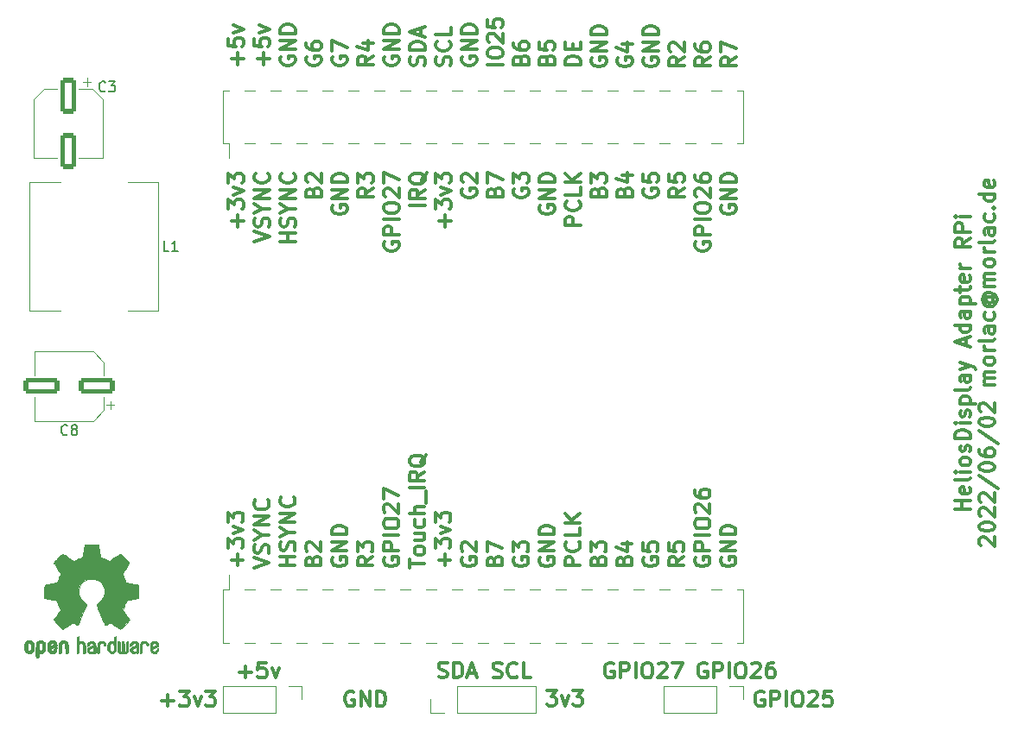
<source format=gto>
%TF.GenerationSoftware,KiCad,Pcbnew,(6.0.5)*%
%TF.CreationDate,2022-06-02T10:53:14+02:00*%
%TF.ProjectId,Helios-Display,48656c69-6f73-42d4-9469-73706c61792e,5*%
%TF.SameCoordinates,Original*%
%TF.FileFunction,Legend,Top*%
%TF.FilePolarity,Positive*%
%FSLAX46Y46*%
G04 Gerber Fmt 4.6, Leading zero omitted, Abs format (unit mm)*
G04 Created by KiCad (PCBNEW (6.0.5)) date 2022-06-02 10:53:14*
%MOMM*%
%LPD*%
G01*
G04 APERTURE LIST*
G04 Aperture macros list*
%AMRoundRect*
0 Rectangle with rounded corners*
0 $1 Rounding radius*
0 $2 $3 $4 $5 $6 $7 $8 $9 X,Y pos of 4 corners*
0 Add a 4 corners polygon primitive as box body*
4,1,4,$2,$3,$4,$5,$6,$7,$8,$9,$2,$3,0*
0 Add four circle primitives for the rounded corners*
1,1,$1+$1,$2,$3*
1,1,$1+$1,$4,$5*
1,1,$1+$1,$6,$7*
1,1,$1+$1,$8,$9*
0 Add four rect primitives between the rounded corners*
20,1,$1+$1,$2,$3,$4,$5,0*
20,1,$1+$1,$4,$5,$6,$7,0*
20,1,$1+$1,$6,$7,$8,$9,0*
20,1,$1+$1,$8,$9,$2,$3,0*%
G04 Aperture macros list end*
%ADD10C,0.300000*%
%ADD11C,0.150000*%
%ADD12C,0.120000*%
%ADD13C,0.010000*%
%ADD14C,0.800000*%
%ADD15C,6.000000*%
%ADD16R,1.700000X1.700000*%
%ADD17O,1.700000X1.700000*%
%ADD18RoundRect,0.250000X1.500000X0.550000X-1.500000X0.550000X-1.500000X-0.550000X1.500000X-0.550000X0*%
%ADD19C,2.500000*%
%ADD20R,1.000000X3.150000*%
%ADD21RoundRect,0.250000X-0.550000X1.500000X-0.550000X-1.500000X0.550000X-1.500000X0.550000X1.500000X0*%
%ADD22R,5.400000X2.900000*%
G04 APERTURE END LIST*
D10*
X156888571Y-94452142D02*
X155388571Y-94452142D01*
X155388571Y-93880714D01*
X155460000Y-93737857D01*
X155531428Y-93666428D01*
X155674285Y-93595000D01*
X155888571Y-93595000D01*
X156031428Y-93666428D01*
X156102857Y-93737857D01*
X156174285Y-93880714D01*
X156174285Y-94452142D01*
X156745714Y-92095000D02*
X156817142Y-92166428D01*
X156888571Y-92380714D01*
X156888571Y-92523571D01*
X156817142Y-92737857D01*
X156674285Y-92880714D01*
X156531428Y-92952142D01*
X156245714Y-93023571D01*
X156031428Y-93023571D01*
X155745714Y-92952142D01*
X155602857Y-92880714D01*
X155460000Y-92737857D01*
X155388571Y-92523571D01*
X155388571Y-92380714D01*
X155460000Y-92166428D01*
X155531428Y-92095000D01*
X156888571Y-90737857D02*
X156888571Y-91452142D01*
X155388571Y-91452142D01*
X156888571Y-90237857D02*
X155388571Y-90237857D01*
X156888571Y-89380714D02*
X156031428Y-90023571D01*
X155388571Y-89380714D02*
X156245714Y-90237857D01*
X137680000Y-77910142D02*
X137608571Y-78053000D01*
X137608571Y-78267285D01*
X137680000Y-78481571D01*
X137822857Y-78624428D01*
X137965714Y-78695857D01*
X138251428Y-78767285D01*
X138465714Y-78767285D01*
X138751428Y-78695857D01*
X138894285Y-78624428D01*
X139037142Y-78481571D01*
X139108571Y-78267285D01*
X139108571Y-78124428D01*
X139037142Y-77910142D01*
X138965714Y-77838714D01*
X138465714Y-77838714D01*
X138465714Y-78124428D01*
X139108571Y-77195857D02*
X137608571Y-77195857D01*
X139108571Y-76338714D01*
X137608571Y-76338714D01*
X139108571Y-75624428D02*
X137608571Y-75624428D01*
X137608571Y-75267285D01*
X137680000Y-75053000D01*
X137822857Y-74910142D01*
X137965714Y-74838714D01*
X138251428Y-74767285D01*
X138465714Y-74767285D01*
X138751428Y-74838714D01*
X138894285Y-74910142D01*
X139037142Y-75053000D01*
X139108571Y-75267285D01*
X139108571Y-75624428D01*
X152920000Y-92523571D02*
X152848571Y-92666428D01*
X152848571Y-92880714D01*
X152920000Y-93095000D01*
X153062857Y-93237857D01*
X153205714Y-93309285D01*
X153491428Y-93380714D01*
X153705714Y-93380714D01*
X153991428Y-93309285D01*
X154134285Y-93237857D01*
X154277142Y-93095000D01*
X154348571Y-92880714D01*
X154348571Y-92737857D01*
X154277142Y-92523571D01*
X154205714Y-92452142D01*
X153705714Y-92452142D01*
X153705714Y-92737857D01*
X154348571Y-91809285D02*
X152848571Y-91809285D01*
X154348571Y-90952142D01*
X152848571Y-90952142D01*
X154348571Y-90237857D02*
X152848571Y-90237857D01*
X152848571Y-89880714D01*
X152920000Y-89666428D01*
X153062857Y-89523571D01*
X153205714Y-89452142D01*
X153491428Y-89380714D01*
X153705714Y-89380714D01*
X153991428Y-89452142D01*
X154134285Y-89523571D01*
X154277142Y-89666428D01*
X154348571Y-89880714D01*
X154348571Y-90237857D01*
X148443398Y-127344857D02*
X148514826Y-127130571D01*
X148586255Y-127059142D01*
X148729112Y-126987714D01*
X148943398Y-126987714D01*
X149086255Y-127059142D01*
X149157683Y-127130571D01*
X149229112Y-127273428D01*
X149229112Y-127844857D01*
X147729112Y-127844857D01*
X147729112Y-127344857D01*
X147800541Y-127202000D01*
X147871969Y-127130571D01*
X148014826Y-127059142D01*
X148157683Y-127059142D01*
X148300541Y-127130571D01*
X148371969Y-127202000D01*
X148443398Y-127344857D01*
X148443398Y-127844857D01*
X147729112Y-126487714D02*
X147729112Y-125487714D01*
X149229112Y-126130571D01*
X136568571Y-77838714D02*
X135854285Y-78338714D01*
X136568571Y-78695857D02*
X135068571Y-78695857D01*
X135068571Y-78124428D01*
X135140000Y-77981571D01*
X135211428Y-77910142D01*
X135354285Y-77838714D01*
X135568571Y-77838714D01*
X135711428Y-77910142D01*
X135782857Y-77981571D01*
X135854285Y-78124428D01*
X135854285Y-78695857D01*
X135568571Y-76553000D02*
X136568571Y-76553000D01*
X134997142Y-76910142D02*
X136068571Y-77267285D01*
X136068571Y-76338714D01*
X169231857Y-137426000D02*
X169089000Y-137354571D01*
X168874714Y-137354571D01*
X168660428Y-137426000D01*
X168517571Y-137568857D01*
X168446142Y-137711714D01*
X168374714Y-137997428D01*
X168374714Y-138211714D01*
X168446142Y-138497428D01*
X168517571Y-138640285D01*
X168660428Y-138783142D01*
X168874714Y-138854571D01*
X169017571Y-138854571D01*
X169231857Y-138783142D01*
X169303285Y-138711714D01*
X169303285Y-138211714D01*
X169017571Y-138211714D01*
X169946142Y-138854571D02*
X169946142Y-137354571D01*
X170517571Y-137354571D01*
X170660428Y-137426000D01*
X170731857Y-137497428D01*
X170803285Y-137640285D01*
X170803285Y-137854571D01*
X170731857Y-137997428D01*
X170660428Y-138068857D01*
X170517571Y-138140285D01*
X169946142Y-138140285D01*
X171446142Y-138854571D02*
X171446142Y-137354571D01*
X172446142Y-137354571D02*
X172731857Y-137354571D01*
X172874714Y-137426000D01*
X173017571Y-137568857D01*
X173089000Y-137854571D01*
X173089000Y-138354571D01*
X173017571Y-138640285D01*
X172874714Y-138783142D01*
X172731857Y-138854571D01*
X172446142Y-138854571D01*
X172303285Y-138783142D01*
X172160428Y-138640285D01*
X172089000Y-138354571D01*
X172089000Y-137854571D01*
X172160428Y-137568857D01*
X172303285Y-137426000D01*
X172446142Y-137354571D01*
X173660428Y-137497428D02*
X173731857Y-137426000D01*
X173874714Y-137354571D01*
X174231857Y-137354571D01*
X174374714Y-137426000D01*
X174446142Y-137497428D01*
X174517571Y-137640285D01*
X174517571Y-137783142D01*
X174446142Y-137997428D01*
X173589000Y-138854571D01*
X174517571Y-138854571D01*
X175803285Y-137354571D02*
X175517571Y-137354571D01*
X175374714Y-137426000D01*
X175303285Y-137497428D01*
X175160428Y-137711714D01*
X175089000Y-137997428D01*
X175089000Y-138568857D01*
X175160428Y-138711714D01*
X175231857Y-138783142D01*
X175374714Y-138854571D01*
X175660428Y-138854571D01*
X175803285Y-138783142D01*
X175874714Y-138711714D01*
X175946142Y-138568857D01*
X175946142Y-138211714D01*
X175874714Y-138068857D01*
X175803285Y-137997428D01*
X175660428Y-137926000D01*
X175374714Y-137926000D01*
X175231857Y-137997428D01*
X175160428Y-138068857D01*
X175089000Y-138211714D01*
X156888571Y-78695857D02*
X155388571Y-78695857D01*
X155388571Y-78338714D01*
X155460000Y-78124428D01*
X155602857Y-77981571D01*
X155745714Y-77910142D01*
X156031428Y-77838714D01*
X156245714Y-77838714D01*
X156531428Y-77910142D01*
X156674285Y-77981571D01*
X156817142Y-78124428D01*
X156888571Y-78338714D01*
X156888571Y-78695857D01*
X156102857Y-77195857D02*
X156102857Y-76695857D01*
X156888571Y-76481571D02*
X156888571Y-77195857D01*
X155388571Y-77195857D01*
X155388571Y-76481571D01*
X149268571Y-78695857D02*
X147768571Y-78695857D01*
X147768571Y-77695857D02*
X147768571Y-77410142D01*
X147840000Y-77267285D01*
X147982857Y-77124428D01*
X148268571Y-77053000D01*
X148768571Y-77053000D01*
X149054285Y-77124428D01*
X149197142Y-77267285D01*
X149268571Y-77410142D01*
X149268571Y-77695857D01*
X149197142Y-77838714D01*
X149054285Y-77981571D01*
X148768571Y-78053000D01*
X148268571Y-78053000D01*
X147982857Y-77981571D01*
X147840000Y-77838714D01*
X147768571Y-77695857D01*
X147911428Y-76481571D02*
X147840000Y-76410142D01*
X147768571Y-76267285D01*
X147768571Y-75910142D01*
X147840000Y-75767285D01*
X147911428Y-75695857D01*
X148054285Y-75624428D01*
X148197142Y-75624428D01*
X148411428Y-75695857D01*
X149268571Y-76553000D01*
X149268571Y-75624428D01*
X147768571Y-74267285D02*
X147768571Y-74981571D01*
X148482857Y-75053000D01*
X148411428Y-74981571D01*
X148340000Y-74838714D01*
X148340000Y-74481571D01*
X148411428Y-74338714D01*
X148482857Y-74267285D01*
X148625714Y-74195857D01*
X148982857Y-74195857D01*
X149125714Y-74267285D01*
X149197142Y-74338714D01*
X149268571Y-74481571D01*
X149268571Y-74838714D01*
X149197142Y-74981571D01*
X149125714Y-75053000D01*
X153571285Y-140108432D02*
X154499857Y-140108432D01*
X153999857Y-140679861D01*
X154214142Y-140679861D01*
X154357000Y-140751289D01*
X154428428Y-140822718D01*
X154499857Y-140965575D01*
X154499857Y-141322718D01*
X154428428Y-141465575D01*
X154357000Y-141537003D01*
X154214142Y-141608432D01*
X153785571Y-141608432D01*
X153642714Y-141537003D01*
X153571285Y-141465575D01*
X154999857Y-140608432D02*
X155357000Y-141608432D01*
X155714142Y-140608432D01*
X156142714Y-140108432D02*
X157071285Y-140108432D01*
X156571285Y-140679861D01*
X156785571Y-140679861D01*
X156928428Y-140751289D01*
X156999857Y-140822718D01*
X157071285Y-140965575D01*
X157071285Y-141322718D01*
X156999857Y-141465575D01*
X156928428Y-141537003D01*
X156785571Y-141608432D01*
X156357000Y-141608432D01*
X156214142Y-141537003D01*
X156142714Y-141465575D01*
X153562857Y-78195857D02*
X153634285Y-77981571D01*
X153705714Y-77910142D01*
X153848571Y-77838714D01*
X154062857Y-77838714D01*
X154205714Y-77910142D01*
X154277142Y-77981571D01*
X154348571Y-78124428D01*
X154348571Y-78695857D01*
X152848571Y-78695857D01*
X152848571Y-78195857D01*
X152920000Y-78053000D01*
X152991428Y-77981571D01*
X153134285Y-77910142D01*
X153277142Y-77910142D01*
X153420000Y-77981571D01*
X153491428Y-78053000D01*
X153562857Y-78195857D01*
X153562857Y-78695857D01*
X152848571Y-76481571D02*
X152848571Y-77195857D01*
X153562857Y-77267285D01*
X153491428Y-77195857D01*
X153420000Y-77053000D01*
X153420000Y-76695857D01*
X153491428Y-76553000D01*
X153562857Y-76481571D01*
X153705714Y-76410142D01*
X154062857Y-76410142D01*
X154205714Y-76481571D01*
X154277142Y-76553000D01*
X154348571Y-76695857D01*
X154348571Y-77053000D01*
X154277142Y-77195857D01*
X154205714Y-77267285D01*
X141648571Y-92523571D02*
X140148571Y-92523571D01*
X141648571Y-90952142D02*
X140934285Y-91452142D01*
X141648571Y-91809285D02*
X140148571Y-91809285D01*
X140148571Y-91237857D01*
X140220000Y-91095000D01*
X140291428Y-91023571D01*
X140434285Y-90952142D01*
X140648571Y-90952142D01*
X140791428Y-91023571D01*
X140862857Y-91095000D01*
X140934285Y-91237857D01*
X140934285Y-91809285D01*
X141791428Y-89309285D02*
X141720000Y-89452142D01*
X141577142Y-89595000D01*
X141362857Y-89809285D01*
X141291428Y-89952142D01*
X141291428Y-90095000D01*
X141648571Y-90023571D02*
X141577142Y-90166428D01*
X141434285Y-90309285D01*
X141148571Y-90380714D01*
X140648571Y-90380714D01*
X140362857Y-90309285D01*
X140220000Y-90166428D01*
X140148571Y-90023571D01*
X140148571Y-89737857D01*
X140220000Y-89595000D01*
X140362857Y-89452142D01*
X140648571Y-89380714D01*
X141148571Y-89380714D01*
X141434285Y-89452142D01*
X141577142Y-89595000D01*
X141648571Y-89737857D01*
X141648571Y-90023571D01*
X160540000Y-78037142D02*
X160468571Y-78180000D01*
X160468571Y-78394285D01*
X160540000Y-78608571D01*
X160682857Y-78751428D01*
X160825714Y-78822857D01*
X161111428Y-78894285D01*
X161325714Y-78894285D01*
X161611428Y-78822857D01*
X161754285Y-78751428D01*
X161897142Y-78608571D01*
X161968571Y-78394285D01*
X161968571Y-78251428D01*
X161897142Y-78037142D01*
X161825714Y-77965714D01*
X161325714Y-77965714D01*
X161325714Y-78251428D01*
X160968571Y-76680000D02*
X161968571Y-76680000D01*
X160397142Y-77037142D02*
X161468571Y-77394285D01*
X161468571Y-76465714D01*
X168160000Y-96095000D02*
X168088571Y-96237857D01*
X168088571Y-96452142D01*
X168160000Y-96666428D01*
X168302857Y-96809285D01*
X168445714Y-96880714D01*
X168731428Y-96952142D01*
X168945714Y-96952142D01*
X169231428Y-96880714D01*
X169374285Y-96809285D01*
X169517142Y-96666428D01*
X169588571Y-96452142D01*
X169588571Y-96309285D01*
X169517142Y-96095000D01*
X169445714Y-96023571D01*
X168945714Y-96023571D01*
X168945714Y-96309285D01*
X169588571Y-95380714D02*
X168088571Y-95380714D01*
X168088571Y-94809285D01*
X168160000Y-94666428D01*
X168231428Y-94595000D01*
X168374285Y-94523571D01*
X168588571Y-94523571D01*
X168731428Y-94595000D01*
X168802857Y-94666428D01*
X168874285Y-94809285D01*
X168874285Y-95380714D01*
X169588571Y-93880714D02*
X168088571Y-93880714D01*
X168088571Y-92880714D02*
X168088571Y-92595000D01*
X168160000Y-92452142D01*
X168302857Y-92309285D01*
X168588571Y-92237857D01*
X169088571Y-92237857D01*
X169374285Y-92309285D01*
X169517142Y-92452142D01*
X169588571Y-92595000D01*
X169588571Y-92880714D01*
X169517142Y-93023571D01*
X169374285Y-93166428D01*
X169088571Y-93237857D01*
X168588571Y-93237857D01*
X168302857Y-93166428D01*
X168160000Y-93023571D01*
X168088571Y-92880714D01*
X168231428Y-91666428D02*
X168160000Y-91595000D01*
X168088571Y-91452142D01*
X168088571Y-91095000D01*
X168160000Y-90952142D01*
X168231428Y-90880714D01*
X168374285Y-90809285D01*
X168517142Y-90809285D01*
X168731428Y-90880714D01*
X169588571Y-91737857D01*
X169588571Y-90809285D01*
X168088571Y-89523571D02*
X168088571Y-89809285D01*
X168160000Y-89952142D01*
X168231428Y-90023571D01*
X168445714Y-90166428D01*
X168731428Y-90237857D01*
X169302857Y-90237857D01*
X169445714Y-90166428D01*
X169517142Y-90095000D01*
X169588571Y-89952142D01*
X169588571Y-89666428D01*
X169517142Y-89523571D01*
X169445714Y-89452142D01*
X169302857Y-89380714D01*
X168945714Y-89380714D01*
X168802857Y-89452142D01*
X168731428Y-89523571D01*
X168660000Y-89666428D01*
X168660000Y-89952142D01*
X168731428Y-90095000D01*
X168802857Y-90166428D01*
X168945714Y-90237857D01*
X140109112Y-128059142D02*
X140109112Y-127202000D01*
X141609112Y-127630571D02*
X140109112Y-127630571D01*
X141609112Y-126487714D02*
X141537683Y-126630571D01*
X141466255Y-126702000D01*
X141323398Y-126773428D01*
X140894826Y-126773428D01*
X140751969Y-126702000D01*
X140680541Y-126630571D01*
X140609112Y-126487714D01*
X140609112Y-126273428D01*
X140680541Y-126130571D01*
X140751969Y-126059142D01*
X140894826Y-125987714D01*
X141323398Y-125987714D01*
X141466255Y-126059142D01*
X141537683Y-126130571D01*
X141609112Y-126273428D01*
X141609112Y-126487714D01*
X140609112Y-124702000D02*
X141609112Y-124702000D01*
X140609112Y-125344857D02*
X141394826Y-125344857D01*
X141537683Y-125273428D01*
X141609112Y-125130571D01*
X141609112Y-124916285D01*
X141537683Y-124773428D01*
X141466255Y-124702000D01*
X141537683Y-123344857D02*
X141609112Y-123487714D01*
X141609112Y-123773428D01*
X141537683Y-123916285D01*
X141466255Y-123987714D01*
X141323398Y-124059142D01*
X140894826Y-124059142D01*
X140751969Y-123987714D01*
X140680541Y-123916285D01*
X140609112Y-123773428D01*
X140609112Y-123487714D01*
X140680541Y-123344857D01*
X141609112Y-122702000D02*
X140109112Y-122702000D01*
X141609112Y-122059142D02*
X140823398Y-122059142D01*
X140680541Y-122130571D01*
X140609112Y-122273428D01*
X140609112Y-122487714D01*
X140680541Y-122630571D01*
X140751969Y-122702000D01*
X141751969Y-121702000D02*
X141751969Y-120559142D01*
X141609112Y-120202000D02*
X140109112Y-120202000D01*
X141609112Y-118630571D02*
X140894826Y-119130571D01*
X141609112Y-119487714D02*
X140109112Y-119487714D01*
X140109112Y-118916285D01*
X140180541Y-118773428D01*
X140251969Y-118702000D01*
X140394826Y-118630571D01*
X140609112Y-118630571D01*
X140751969Y-118702000D01*
X140823398Y-118773428D01*
X140894826Y-118916285D01*
X140894826Y-119487714D01*
X141751969Y-116987714D02*
X141680541Y-117130571D01*
X141537683Y-117273428D01*
X141323398Y-117487714D01*
X141251969Y-117630571D01*
X141251969Y-117773428D01*
X141609112Y-117702000D02*
X141537683Y-117844857D01*
X141394826Y-117987714D01*
X141109112Y-118059142D01*
X140609112Y-118059142D01*
X140323398Y-117987714D01*
X140180541Y-117844857D01*
X140109112Y-117702000D01*
X140109112Y-117416285D01*
X140180541Y-117273428D01*
X140323398Y-117130571D01*
X140609112Y-117059142D01*
X141109112Y-117059142D01*
X141394826Y-117130571D01*
X141537683Y-117273428D01*
X141609112Y-117416285D01*
X141609112Y-117702000D01*
X170660541Y-127059142D02*
X170589112Y-127202000D01*
X170589112Y-127416285D01*
X170660541Y-127630571D01*
X170803398Y-127773428D01*
X170946255Y-127844857D01*
X171231969Y-127916285D01*
X171446255Y-127916285D01*
X171731969Y-127844857D01*
X171874826Y-127773428D01*
X172017683Y-127630571D01*
X172089112Y-127416285D01*
X172089112Y-127273428D01*
X172017683Y-127059142D01*
X171946255Y-126987714D01*
X171446255Y-126987714D01*
X171446255Y-127273428D01*
X172089112Y-126344857D02*
X170589112Y-126344857D01*
X172089112Y-125487714D01*
X170589112Y-125487714D01*
X172089112Y-124773428D02*
X170589112Y-124773428D01*
X170589112Y-124416285D01*
X170660541Y-124202000D01*
X170803398Y-124059142D01*
X170946255Y-123987714D01*
X171231969Y-123916285D01*
X171446255Y-123916285D01*
X171731969Y-123987714D01*
X171874826Y-124059142D01*
X172017683Y-124202000D01*
X172089112Y-124416285D01*
X172089112Y-124773428D01*
X134647704Y-140220000D02*
X134504847Y-140148571D01*
X134290561Y-140148571D01*
X134076275Y-140220000D01*
X133933418Y-140362857D01*
X133861989Y-140505714D01*
X133790561Y-140791428D01*
X133790561Y-141005714D01*
X133861989Y-141291428D01*
X133933418Y-141434285D01*
X134076275Y-141577142D01*
X134290561Y-141648571D01*
X134433418Y-141648571D01*
X134647704Y-141577142D01*
X134719132Y-141505714D01*
X134719132Y-141005714D01*
X134433418Y-141005714D01*
X135361989Y-141648571D02*
X135361989Y-140148571D01*
X136219132Y-141648571D01*
X136219132Y-140148571D01*
X136933418Y-141648571D02*
X136933418Y-140148571D01*
X137290561Y-140148571D01*
X137504847Y-140220000D01*
X137647704Y-140362857D01*
X137719132Y-140505714D01*
X137790561Y-140791428D01*
X137790561Y-141005714D01*
X137719132Y-141291428D01*
X137647704Y-141434285D01*
X137504847Y-141577142D01*
X137290561Y-141648571D01*
X136933418Y-141648571D01*
X169588571Y-77965714D02*
X168874285Y-78465714D01*
X169588571Y-78822857D02*
X168088571Y-78822857D01*
X168088571Y-78251428D01*
X168160000Y-78108571D01*
X168231428Y-78037142D01*
X168374285Y-77965714D01*
X168588571Y-77965714D01*
X168731428Y-78037142D01*
X168802857Y-78108571D01*
X168874285Y-78251428D01*
X168874285Y-78822857D01*
X168088571Y-76680000D02*
X168088571Y-76965714D01*
X168160000Y-77108571D01*
X168231428Y-77180000D01*
X168445714Y-77322857D01*
X168731428Y-77394285D01*
X169302857Y-77394285D01*
X169445714Y-77322857D01*
X169517142Y-77251428D01*
X169588571Y-77108571D01*
X169588571Y-76822857D01*
X169517142Y-76680000D01*
X169445714Y-76608571D01*
X169302857Y-76537142D01*
X168945714Y-76537142D01*
X168802857Y-76608571D01*
X168731428Y-76680000D01*
X168660000Y-76822857D01*
X168660000Y-77108571D01*
X168731428Y-77251428D01*
X168802857Y-77322857D01*
X168945714Y-77394285D01*
X148308714Y-138783142D02*
X148523000Y-138854571D01*
X148880142Y-138854571D01*
X149023000Y-138783142D01*
X149094428Y-138711714D01*
X149165857Y-138568857D01*
X149165857Y-138426000D01*
X149094428Y-138283142D01*
X149023000Y-138211714D01*
X148880142Y-138140285D01*
X148594428Y-138068857D01*
X148451571Y-137997428D01*
X148380142Y-137926000D01*
X148308714Y-137783142D01*
X148308714Y-137640285D01*
X148380142Y-137497428D01*
X148451571Y-137426000D01*
X148594428Y-137354571D01*
X148951571Y-137354571D01*
X149165857Y-137426000D01*
X150665857Y-138711714D02*
X150594428Y-138783142D01*
X150380142Y-138854571D01*
X150237285Y-138854571D01*
X150023000Y-138783142D01*
X149880142Y-138640285D01*
X149808714Y-138497428D01*
X149737285Y-138211714D01*
X149737285Y-137997428D01*
X149808714Y-137711714D01*
X149880142Y-137568857D01*
X150023000Y-137426000D01*
X150237285Y-137354571D01*
X150380142Y-137354571D01*
X150594428Y-137426000D01*
X150665857Y-137497428D01*
X152023000Y-138854571D02*
X151308714Y-138854571D01*
X151308714Y-137354571D01*
X150380000Y-90880714D02*
X150308571Y-91023571D01*
X150308571Y-91237857D01*
X150380000Y-91452142D01*
X150522857Y-91595000D01*
X150665714Y-91666428D01*
X150951428Y-91737857D01*
X151165714Y-91737857D01*
X151451428Y-91666428D01*
X151594285Y-91595000D01*
X151737142Y-91452142D01*
X151808571Y-91237857D01*
X151808571Y-91095000D01*
X151737142Y-90880714D01*
X151665714Y-90809285D01*
X151165714Y-90809285D01*
X151165714Y-91095000D01*
X150308571Y-90309285D02*
X150308571Y-89380714D01*
X150880000Y-89880714D01*
X150880000Y-89666428D01*
X150951428Y-89523571D01*
X151022857Y-89452142D01*
X151165714Y-89380714D01*
X151522857Y-89380714D01*
X151665714Y-89452142D01*
X151737142Y-89523571D01*
X151808571Y-89666428D01*
X151808571Y-90095000D01*
X151737142Y-90237857D01*
X151665714Y-90309285D01*
X130060000Y-77910142D02*
X129988571Y-78053000D01*
X129988571Y-78267285D01*
X130060000Y-78481571D01*
X130202857Y-78624428D01*
X130345714Y-78695857D01*
X130631428Y-78767285D01*
X130845714Y-78767285D01*
X131131428Y-78695857D01*
X131274285Y-78624428D01*
X131417142Y-78481571D01*
X131488571Y-78267285D01*
X131488571Y-78124428D01*
X131417142Y-77910142D01*
X131345714Y-77838714D01*
X130845714Y-77838714D01*
X130845714Y-78124428D01*
X129988571Y-76553000D02*
X129988571Y-76838714D01*
X130060000Y-76981571D01*
X130131428Y-77053000D01*
X130345714Y-77195857D01*
X130631428Y-77267285D01*
X131202857Y-77267285D01*
X131345714Y-77195857D01*
X131417142Y-77124428D01*
X131488571Y-76981571D01*
X131488571Y-76695857D01*
X131417142Y-76553000D01*
X131345714Y-76481571D01*
X131202857Y-76410142D01*
X130845714Y-76410142D01*
X130702857Y-76481571D01*
X130631428Y-76553000D01*
X130560000Y-76695857D01*
X130560000Y-76981571D01*
X130631428Y-77124428D01*
X130702857Y-77195857D01*
X130845714Y-77267285D01*
X161143398Y-127344857D02*
X161214826Y-127130571D01*
X161286255Y-127059142D01*
X161429112Y-126987714D01*
X161643398Y-126987714D01*
X161786255Y-127059142D01*
X161857683Y-127130571D01*
X161929112Y-127273428D01*
X161929112Y-127844857D01*
X160429112Y-127844857D01*
X160429112Y-127344857D01*
X160500541Y-127202000D01*
X160571969Y-127130571D01*
X160714826Y-127059142D01*
X160857683Y-127059142D01*
X161000541Y-127130571D01*
X161071969Y-127202000D01*
X161143398Y-127344857D01*
X161143398Y-127844857D01*
X160929112Y-125702000D02*
X161929112Y-125702000D01*
X160357683Y-126059142D02*
X161429112Y-126416285D01*
X161429112Y-125487714D01*
X137680000Y-96095000D02*
X137608571Y-96237857D01*
X137608571Y-96452142D01*
X137680000Y-96666428D01*
X137822857Y-96809285D01*
X137965714Y-96880714D01*
X138251428Y-96952142D01*
X138465714Y-96952142D01*
X138751428Y-96880714D01*
X138894285Y-96809285D01*
X139037142Y-96666428D01*
X139108571Y-96452142D01*
X139108571Y-96309285D01*
X139037142Y-96095000D01*
X138965714Y-96023571D01*
X138465714Y-96023571D01*
X138465714Y-96309285D01*
X139108571Y-95380714D02*
X137608571Y-95380714D01*
X137608571Y-94809285D01*
X137680000Y-94666428D01*
X137751428Y-94595000D01*
X137894285Y-94523571D01*
X138108571Y-94523571D01*
X138251428Y-94595000D01*
X138322857Y-94666428D01*
X138394285Y-94809285D01*
X138394285Y-95380714D01*
X139108571Y-93880714D02*
X137608571Y-93880714D01*
X137608571Y-92880714D02*
X137608571Y-92595000D01*
X137680000Y-92452142D01*
X137822857Y-92309285D01*
X138108571Y-92237857D01*
X138608571Y-92237857D01*
X138894285Y-92309285D01*
X139037142Y-92452142D01*
X139108571Y-92595000D01*
X139108571Y-92880714D01*
X139037142Y-93023571D01*
X138894285Y-93166428D01*
X138608571Y-93237857D01*
X138108571Y-93237857D01*
X137822857Y-93166428D01*
X137680000Y-93023571D01*
X137608571Y-92880714D01*
X137751428Y-91666428D02*
X137680000Y-91595000D01*
X137608571Y-91452142D01*
X137608571Y-91095000D01*
X137680000Y-90952142D01*
X137751428Y-90880714D01*
X137894285Y-90809285D01*
X138037142Y-90809285D01*
X138251428Y-90880714D01*
X139108571Y-91737857D01*
X139108571Y-90809285D01*
X137608571Y-90309285D02*
X137608571Y-89309285D01*
X139108571Y-89952142D01*
X136529112Y-126987714D02*
X135814826Y-127487714D01*
X136529112Y-127844857D02*
X135029112Y-127844857D01*
X135029112Y-127273428D01*
X135100541Y-127130571D01*
X135171969Y-127059142D01*
X135314826Y-126987714D01*
X135529112Y-126987714D01*
X135671969Y-127059142D01*
X135743398Y-127130571D01*
X135814826Y-127273428D01*
X135814826Y-127844857D01*
X135029112Y-126487714D02*
X135029112Y-125559142D01*
X135600541Y-126059142D01*
X135600541Y-125844857D01*
X135671969Y-125702000D01*
X135743398Y-125630571D01*
X135886255Y-125559142D01*
X136243398Y-125559142D01*
X136386255Y-125630571D01*
X136457683Y-125702000D01*
X136529112Y-125844857D01*
X136529112Y-126273428D01*
X136457683Y-126416285D01*
X136386255Y-126487714D01*
X161182857Y-91166428D02*
X161254285Y-90952142D01*
X161325714Y-90880714D01*
X161468571Y-90809285D01*
X161682857Y-90809285D01*
X161825714Y-90880714D01*
X161897142Y-90952142D01*
X161968571Y-91095000D01*
X161968571Y-91666428D01*
X160468571Y-91666428D01*
X160468571Y-91166428D01*
X160540000Y-91023571D01*
X160611428Y-90952142D01*
X160754285Y-90880714D01*
X160897142Y-90880714D01*
X161040000Y-90952142D01*
X161111428Y-91023571D01*
X161182857Y-91166428D01*
X161182857Y-91666428D01*
X160968571Y-89523571D02*
X161968571Y-89523571D01*
X160397142Y-89880714D02*
X161468571Y-90237857D01*
X161468571Y-89309285D01*
X195051071Y-122307142D02*
X193551071Y-122307142D01*
X194265357Y-122307142D02*
X194265357Y-121450000D01*
X195051071Y-121450000D02*
X193551071Y-121450000D01*
X194979642Y-120164285D02*
X195051071Y-120307142D01*
X195051071Y-120592857D01*
X194979642Y-120735714D01*
X194836785Y-120807142D01*
X194265357Y-120807142D01*
X194122500Y-120735714D01*
X194051071Y-120592857D01*
X194051071Y-120307142D01*
X194122500Y-120164285D01*
X194265357Y-120092857D01*
X194408214Y-120092857D01*
X194551071Y-120807142D01*
X195051071Y-119235714D02*
X194979642Y-119378571D01*
X194836785Y-119450000D01*
X193551071Y-119450000D01*
X195051071Y-118664285D02*
X194051071Y-118664285D01*
X193551071Y-118664285D02*
X193622500Y-118735714D01*
X193693928Y-118664285D01*
X193622500Y-118592857D01*
X193551071Y-118664285D01*
X193693928Y-118664285D01*
X195051071Y-117735714D02*
X194979642Y-117878571D01*
X194908214Y-117950000D01*
X194765357Y-118021428D01*
X194336785Y-118021428D01*
X194193928Y-117950000D01*
X194122500Y-117878571D01*
X194051071Y-117735714D01*
X194051071Y-117521428D01*
X194122500Y-117378571D01*
X194193928Y-117307142D01*
X194336785Y-117235714D01*
X194765357Y-117235714D01*
X194908214Y-117307142D01*
X194979642Y-117378571D01*
X195051071Y-117521428D01*
X195051071Y-117735714D01*
X194979642Y-116664285D02*
X195051071Y-116521428D01*
X195051071Y-116235714D01*
X194979642Y-116092857D01*
X194836785Y-116021428D01*
X194765357Y-116021428D01*
X194622500Y-116092857D01*
X194551071Y-116235714D01*
X194551071Y-116450000D01*
X194479642Y-116592857D01*
X194336785Y-116664285D01*
X194265357Y-116664285D01*
X194122500Y-116592857D01*
X194051071Y-116450000D01*
X194051071Y-116235714D01*
X194122500Y-116092857D01*
X195051071Y-115378571D02*
X193551071Y-115378571D01*
X193551071Y-115021428D01*
X193622500Y-114807142D01*
X193765357Y-114664285D01*
X193908214Y-114592857D01*
X194193928Y-114521428D01*
X194408214Y-114521428D01*
X194693928Y-114592857D01*
X194836785Y-114664285D01*
X194979642Y-114807142D01*
X195051071Y-115021428D01*
X195051071Y-115378571D01*
X195051071Y-113878571D02*
X194051071Y-113878571D01*
X193551071Y-113878571D02*
X193622500Y-113950000D01*
X193693928Y-113878571D01*
X193622500Y-113807142D01*
X193551071Y-113878571D01*
X193693928Y-113878571D01*
X194979642Y-113235714D02*
X195051071Y-113092857D01*
X195051071Y-112807142D01*
X194979642Y-112664285D01*
X194836785Y-112592857D01*
X194765357Y-112592857D01*
X194622500Y-112664285D01*
X194551071Y-112807142D01*
X194551071Y-113021428D01*
X194479642Y-113164285D01*
X194336785Y-113235714D01*
X194265357Y-113235714D01*
X194122500Y-113164285D01*
X194051071Y-113021428D01*
X194051071Y-112807142D01*
X194122500Y-112664285D01*
X194051071Y-111950000D02*
X195551071Y-111950000D01*
X194122500Y-111950000D02*
X194051071Y-111807142D01*
X194051071Y-111521428D01*
X194122500Y-111378571D01*
X194193928Y-111307142D01*
X194336785Y-111235714D01*
X194765357Y-111235714D01*
X194908214Y-111307142D01*
X194979642Y-111378571D01*
X195051071Y-111521428D01*
X195051071Y-111807142D01*
X194979642Y-111950000D01*
X195051071Y-110378571D02*
X194979642Y-110521428D01*
X194836785Y-110592857D01*
X193551071Y-110592857D01*
X195051071Y-109164285D02*
X194265357Y-109164285D01*
X194122500Y-109235714D01*
X194051071Y-109378571D01*
X194051071Y-109664285D01*
X194122500Y-109807142D01*
X194979642Y-109164285D02*
X195051071Y-109307142D01*
X195051071Y-109664285D01*
X194979642Y-109807142D01*
X194836785Y-109878571D01*
X194693928Y-109878571D01*
X194551071Y-109807142D01*
X194479642Y-109664285D01*
X194479642Y-109307142D01*
X194408214Y-109164285D01*
X194051071Y-108592857D02*
X195051071Y-108235714D01*
X194051071Y-107878571D02*
X195051071Y-108235714D01*
X195408214Y-108378571D01*
X195479642Y-108450000D01*
X195551071Y-108592857D01*
X194622500Y-106235714D02*
X194622500Y-105521428D01*
X195051071Y-106378571D02*
X193551071Y-105878571D01*
X195051071Y-105378571D01*
X195051071Y-104235714D02*
X193551071Y-104235714D01*
X194979642Y-104235714D02*
X195051071Y-104378571D01*
X195051071Y-104664285D01*
X194979642Y-104807142D01*
X194908214Y-104878571D01*
X194765357Y-104950000D01*
X194336785Y-104950000D01*
X194193928Y-104878571D01*
X194122500Y-104807142D01*
X194051071Y-104664285D01*
X194051071Y-104378571D01*
X194122500Y-104235714D01*
X195051071Y-102878571D02*
X194265357Y-102878571D01*
X194122500Y-102950000D01*
X194051071Y-103092857D01*
X194051071Y-103378571D01*
X194122500Y-103521428D01*
X194979642Y-102878571D02*
X195051071Y-103021428D01*
X195051071Y-103378571D01*
X194979642Y-103521428D01*
X194836785Y-103592857D01*
X194693928Y-103592857D01*
X194551071Y-103521428D01*
X194479642Y-103378571D01*
X194479642Y-103021428D01*
X194408214Y-102878571D01*
X194051071Y-102164285D02*
X195551071Y-102164285D01*
X194122500Y-102164285D02*
X194051071Y-102021428D01*
X194051071Y-101735714D01*
X194122500Y-101592857D01*
X194193928Y-101521428D01*
X194336785Y-101450000D01*
X194765357Y-101450000D01*
X194908214Y-101521428D01*
X194979642Y-101592857D01*
X195051071Y-101735714D01*
X195051071Y-102021428D01*
X194979642Y-102164285D01*
X194051071Y-101021428D02*
X194051071Y-100450000D01*
X193551071Y-100807142D02*
X194836785Y-100807142D01*
X194979642Y-100735714D01*
X195051071Y-100592857D01*
X195051071Y-100450000D01*
X194979642Y-99378571D02*
X195051071Y-99521428D01*
X195051071Y-99807142D01*
X194979642Y-99950000D01*
X194836785Y-100021428D01*
X194265357Y-100021428D01*
X194122500Y-99950000D01*
X194051071Y-99807142D01*
X194051071Y-99521428D01*
X194122500Y-99378571D01*
X194265357Y-99307142D01*
X194408214Y-99307142D01*
X194551071Y-100021428D01*
X195051071Y-98664285D02*
X194051071Y-98664285D01*
X194336785Y-98664285D02*
X194193928Y-98592857D01*
X194122500Y-98521428D01*
X194051071Y-98378571D01*
X194051071Y-98235714D01*
X195051071Y-95735714D02*
X194336785Y-96235714D01*
X195051071Y-96592857D02*
X193551071Y-96592857D01*
X193551071Y-96021428D01*
X193622500Y-95878571D01*
X193693928Y-95807142D01*
X193836785Y-95735714D01*
X194051071Y-95735714D01*
X194193928Y-95807142D01*
X194265357Y-95878571D01*
X194336785Y-96021428D01*
X194336785Y-96592857D01*
X195051071Y-95092857D02*
X193551071Y-95092857D01*
X193551071Y-94521428D01*
X193622500Y-94378571D01*
X193693928Y-94307142D01*
X193836785Y-94235714D01*
X194051071Y-94235714D01*
X194193928Y-94307142D01*
X194265357Y-94378571D01*
X194336785Y-94521428D01*
X194336785Y-95092857D01*
X195051071Y-93592857D02*
X194051071Y-93592857D01*
X193551071Y-93592857D02*
X193622500Y-93664285D01*
X193693928Y-93592857D01*
X193622500Y-93521428D01*
X193551071Y-93592857D01*
X193693928Y-93592857D01*
X196108928Y-125878571D02*
X196037500Y-125807142D01*
X195966071Y-125664285D01*
X195966071Y-125307142D01*
X196037500Y-125164285D01*
X196108928Y-125092857D01*
X196251785Y-125021428D01*
X196394642Y-125021428D01*
X196608928Y-125092857D01*
X197466071Y-125950000D01*
X197466071Y-125021428D01*
X195966071Y-124092857D02*
X195966071Y-123950000D01*
X196037500Y-123807142D01*
X196108928Y-123735714D01*
X196251785Y-123664285D01*
X196537500Y-123592857D01*
X196894642Y-123592857D01*
X197180357Y-123664285D01*
X197323214Y-123735714D01*
X197394642Y-123807142D01*
X197466071Y-123950000D01*
X197466071Y-124092857D01*
X197394642Y-124235714D01*
X197323214Y-124307142D01*
X197180357Y-124378571D01*
X196894642Y-124450000D01*
X196537500Y-124450000D01*
X196251785Y-124378571D01*
X196108928Y-124307142D01*
X196037500Y-124235714D01*
X195966071Y-124092857D01*
X196108928Y-123021428D02*
X196037500Y-122950000D01*
X195966071Y-122807142D01*
X195966071Y-122450000D01*
X196037500Y-122307142D01*
X196108928Y-122235714D01*
X196251785Y-122164285D01*
X196394642Y-122164285D01*
X196608928Y-122235714D01*
X197466071Y-123092857D01*
X197466071Y-122164285D01*
X196108928Y-121592857D02*
X196037500Y-121521428D01*
X195966071Y-121378571D01*
X195966071Y-121021428D01*
X196037500Y-120878571D01*
X196108928Y-120807142D01*
X196251785Y-120735714D01*
X196394642Y-120735714D01*
X196608928Y-120807142D01*
X197466071Y-121664285D01*
X197466071Y-120735714D01*
X195894642Y-119021428D02*
X197823214Y-120307142D01*
X195966071Y-118235714D02*
X195966071Y-118092857D01*
X196037500Y-117950000D01*
X196108928Y-117878571D01*
X196251785Y-117807142D01*
X196537500Y-117735714D01*
X196894642Y-117735714D01*
X197180357Y-117807142D01*
X197323214Y-117878571D01*
X197394642Y-117950000D01*
X197466071Y-118092857D01*
X197466071Y-118235714D01*
X197394642Y-118378571D01*
X197323214Y-118450000D01*
X197180357Y-118521428D01*
X196894642Y-118592857D01*
X196537500Y-118592857D01*
X196251785Y-118521428D01*
X196108928Y-118450000D01*
X196037500Y-118378571D01*
X195966071Y-118235714D01*
X195966071Y-116450000D02*
X195966071Y-116735714D01*
X196037500Y-116878571D01*
X196108928Y-116950000D01*
X196323214Y-117092857D01*
X196608928Y-117164285D01*
X197180357Y-117164285D01*
X197323214Y-117092857D01*
X197394642Y-117021428D01*
X197466071Y-116878571D01*
X197466071Y-116592857D01*
X197394642Y-116450000D01*
X197323214Y-116378571D01*
X197180357Y-116307142D01*
X196823214Y-116307142D01*
X196680357Y-116378571D01*
X196608928Y-116450000D01*
X196537500Y-116592857D01*
X196537500Y-116878571D01*
X196608928Y-117021428D01*
X196680357Y-117092857D01*
X196823214Y-117164285D01*
X195894642Y-114592857D02*
X197823214Y-115878571D01*
X195966071Y-113807142D02*
X195966071Y-113664285D01*
X196037500Y-113521428D01*
X196108928Y-113450000D01*
X196251785Y-113378571D01*
X196537500Y-113307142D01*
X196894642Y-113307142D01*
X197180357Y-113378571D01*
X197323214Y-113450000D01*
X197394642Y-113521428D01*
X197466071Y-113664285D01*
X197466071Y-113807142D01*
X197394642Y-113950000D01*
X197323214Y-114021428D01*
X197180357Y-114092857D01*
X196894642Y-114164285D01*
X196537500Y-114164285D01*
X196251785Y-114092857D01*
X196108928Y-114021428D01*
X196037500Y-113950000D01*
X195966071Y-113807142D01*
X196108928Y-112735714D02*
X196037500Y-112664285D01*
X195966071Y-112521428D01*
X195966071Y-112164285D01*
X196037500Y-112021428D01*
X196108928Y-111950000D01*
X196251785Y-111878571D01*
X196394642Y-111878571D01*
X196608928Y-111950000D01*
X197466071Y-112807142D01*
X197466071Y-111878571D01*
X197466071Y-110092857D02*
X196466071Y-110092857D01*
X196608928Y-110092857D02*
X196537500Y-110021428D01*
X196466071Y-109878571D01*
X196466071Y-109664285D01*
X196537500Y-109521428D01*
X196680357Y-109450000D01*
X197466071Y-109450000D01*
X196680357Y-109450000D02*
X196537500Y-109378571D01*
X196466071Y-109235714D01*
X196466071Y-109021428D01*
X196537500Y-108878571D01*
X196680357Y-108807142D01*
X197466071Y-108807142D01*
X197466071Y-107878571D02*
X197394642Y-108021428D01*
X197323214Y-108092857D01*
X197180357Y-108164285D01*
X196751785Y-108164285D01*
X196608928Y-108092857D01*
X196537500Y-108021428D01*
X196466071Y-107878571D01*
X196466071Y-107664285D01*
X196537500Y-107521428D01*
X196608928Y-107450000D01*
X196751785Y-107378571D01*
X197180357Y-107378571D01*
X197323214Y-107450000D01*
X197394642Y-107521428D01*
X197466071Y-107664285D01*
X197466071Y-107878571D01*
X197466071Y-106735714D02*
X196466071Y-106735714D01*
X196751785Y-106735714D02*
X196608928Y-106664285D01*
X196537500Y-106592857D01*
X196466071Y-106450000D01*
X196466071Y-106307142D01*
X197466071Y-105592857D02*
X197394642Y-105735714D01*
X197251785Y-105807142D01*
X195966071Y-105807142D01*
X197466071Y-104378571D02*
X196680357Y-104378571D01*
X196537500Y-104450000D01*
X196466071Y-104592857D01*
X196466071Y-104878571D01*
X196537500Y-105021428D01*
X197394642Y-104378571D02*
X197466071Y-104521428D01*
X197466071Y-104878571D01*
X197394642Y-105021428D01*
X197251785Y-105092857D01*
X197108928Y-105092857D01*
X196966071Y-105021428D01*
X196894642Y-104878571D01*
X196894642Y-104521428D01*
X196823214Y-104378571D01*
X197394642Y-103021428D02*
X197466071Y-103164285D01*
X197466071Y-103450000D01*
X197394642Y-103592857D01*
X197323214Y-103664285D01*
X197180357Y-103735714D01*
X196751785Y-103735714D01*
X196608928Y-103664285D01*
X196537500Y-103592857D01*
X196466071Y-103450000D01*
X196466071Y-103164285D01*
X196537500Y-103021428D01*
X196751785Y-101449999D02*
X196680357Y-101521428D01*
X196608928Y-101664285D01*
X196608928Y-101807142D01*
X196680357Y-101949999D01*
X196751785Y-102021428D01*
X196894642Y-102092857D01*
X197037500Y-102092857D01*
X197180357Y-102021428D01*
X197251785Y-101949999D01*
X197323214Y-101807142D01*
X197323214Y-101664285D01*
X197251785Y-101521428D01*
X197180357Y-101449999D01*
X196608928Y-101449999D02*
X197180357Y-101449999D01*
X197251785Y-101378571D01*
X197251785Y-101307142D01*
X197180357Y-101164285D01*
X197037500Y-101092857D01*
X196680357Y-101092857D01*
X196466071Y-101235714D01*
X196323214Y-101449999D01*
X196251785Y-101735714D01*
X196323214Y-102021428D01*
X196466071Y-102235714D01*
X196680357Y-102378571D01*
X196966071Y-102449999D01*
X197251785Y-102378571D01*
X197466071Y-102235714D01*
X197608928Y-102021428D01*
X197680357Y-101735714D01*
X197608928Y-101449999D01*
X197466071Y-101235714D01*
X197466071Y-100449999D02*
X196466071Y-100449999D01*
X196608928Y-100449999D02*
X196537500Y-100378571D01*
X196466071Y-100235714D01*
X196466071Y-100021428D01*
X196537500Y-99878571D01*
X196680357Y-99807142D01*
X197466071Y-99807142D01*
X196680357Y-99807142D02*
X196537500Y-99735714D01*
X196466071Y-99592857D01*
X196466071Y-99378571D01*
X196537500Y-99235714D01*
X196680357Y-99164285D01*
X197466071Y-99164285D01*
X197466071Y-98235714D02*
X197394642Y-98378571D01*
X197323214Y-98449999D01*
X197180357Y-98521428D01*
X196751785Y-98521428D01*
X196608928Y-98449999D01*
X196537500Y-98378571D01*
X196466071Y-98235714D01*
X196466071Y-98021428D01*
X196537500Y-97878571D01*
X196608928Y-97807142D01*
X196751785Y-97735714D01*
X197180357Y-97735714D01*
X197323214Y-97807142D01*
X197394642Y-97878571D01*
X197466071Y-98021428D01*
X197466071Y-98235714D01*
X197466071Y-97092857D02*
X196466071Y-97092857D01*
X196751785Y-97092857D02*
X196608928Y-97021428D01*
X196537500Y-96949999D01*
X196466071Y-96807142D01*
X196466071Y-96664285D01*
X197466071Y-95949999D02*
X197394642Y-96092857D01*
X197251785Y-96164285D01*
X195966071Y-96164285D01*
X197466071Y-94735714D02*
X196680357Y-94735714D01*
X196537500Y-94807142D01*
X196466071Y-94949999D01*
X196466071Y-95235714D01*
X196537500Y-95378571D01*
X197394642Y-94735714D02*
X197466071Y-94878571D01*
X197466071Y-95235714D01*
X197394642Y-95378571D01*
X197251785Y-95449999D01*
X197108928Y-95449999D01*
X196966071Y-95378571D01*
X196894642Y-95235714D01*
X196894642Y-94878571D01*
X196823214Y-94735714D01*
X197394642Y-93378571D02*
X197466071Y-93521428D01*
X197466071Y-93807142D01*
X197394642Y-93949999D01*
X197323214Y-94021428D01*
X197180357Y-94092857D01*
X196751785Y-94092857D01*
X196608928Y-94021428D01*
X196537500Y-93949999D01*
X196466071Y-93807142D01*
X196466071Y-93521428D01*
X196537500Y-93378571D01*
X197323214Y-92735714D02*
X197394642Y-92664285D01*
X197466071Y-92735714D01*
X197394642Y-92807142D01*
X197323214Y-92735714D01*
X197466071Y-92735714D01*
X197466071Y-91378571D02*
X195966071Y-91378571D01*
X197394642Y-91378571D02*
X197466071Y-91521428D01*
X197466071Y-91807142D01*
X197394642Y-91949999D01*
X197323214Y-92021428D01*
X197180357Y-92092857D01*
X196751785Y-92092857D01*
X196608928Y-92021428D01*
X196537500Y-91949999D01*
X196466071Y-91807142D01*
X196466071Y-91521428D01*
X196537500Y-91378571D01*
X197394642Y-90092857D02*
X197466071Y-90235714D01*
X197466071Y-90521428D01*
X197394642Y-90664285D01*
X197251785Y-90735714D01*
X196680357Y-90735714D01*
X196537500Y-90664285D01*
X196466071Y-90521428D01*
X196466071Y-90235714D01*
X196537500Y-90092857D01*
X196680357Y-90021428D01*
X196823214Y-90021428D01*
X196966071Y-90735714D01*
X172125267Y-77965714D02*
X171410981Y-78465714D01*
X172125267Y-78822857D02*
X170625267Y-78822857D01*
X170625267Y-78251428D01*
X170696696Y-78108571D01*
X170768124Y-78037142D01*
X170910981Y-77965714D01*
X171125267Y-77965714D01*
X171268124Y-78037142D01*
X171339553Y-78108571D01*
X171410981Y-78251428D01*
X171410981Y-78822857D01*
X170625267Y-77465714D02*
X170625267Y-76465714D01*
X172125267Y-77108571D01*
X124908571Y-96023571D02*
X126408571Y-95523571D01*
X124908571Y-95023571D01*
X126337142Y-94595000D02*
X126408571Y-94380714D01*
X126408571Y-94023571D01*
X126337142Y-93880714D01*
X126265714Y-93809285D01*
X126122857Y-93737857D01*
X125980000Y-93737857D01*
X125837142Y-93809285D01*
X125765714Y-93880714D01*
X125694285Y-94023571D01*
X125622857Y-94309285D01*
X125551428Y-94452142D01*
X125480000Y-94523571D01*
X125337142Y-94595000D01*
X125194285Y-94595000D01*
X125051428Y-94523571D01*
X124980000Y-94452142D01*
X124908571Y-94309285D01*
X124908571Y-93952142D01*
X124980000Y-93737857D01*
X125694285Y-92809285D02*
X126408571Y-92809285D01*
X124908571Y-93309285D02*
X125694285Y-92809285D01*
X124908571Y-92309285D01*
X126408571Y-91809285D02*
X124908571Y-91809285D01*
X126408571Y-90952142D01*
X124908571Y-90952142D01*
X126265714Y-89380714D02*
X126337142Y-89452142D01*
X126408571Y-89666428D01*
X126408571Y-89809285D01*
X126337142Y-90023571D01*
X126194285Y-90166428D01*
X126051428Y-90237857D01*
X125765714Y-90309285D01*
X125551428Y-90309285D01*
X125265714Y-90237857D01*
X125122857Y-90166428D01*
X124980000Y-90023571D01*
X124908571Y-89809285D01*
X124908571Y-89666428D01*
X124980000Y-89452142D01*
X125051428Y-89380714D01*
X115868142Y-141077141D02*
X117011000Y-141077141D01*
X116439571Y-141648570D02*
X116439571Y-140505713D01*
X117582428Y-140148570D02*
X118511000Y-140148570D01*
X118011000Y-140719999D01*
X118225285Y-140719999D01*
X118368142Y-140791427D01*
X118439571Y-140862856D01*
X118511000Y-141005713D01*
X118511000Y-141362856D01*
X118439571Y-141505713D01*
X118368142Y-141577141D01*
X118225285Y-141648570D01*
X117796714Y-141648570D01*
X117653857Y-141577141D01*
X117582428Y-141505713D01*
X119011000Y-140648570D02*
X119368142Y-141648570D01*
X119725285Y-140648570D01*
X120153857Y-140148570D02*
X121082428Y-140148570D01*
X120582428Y-140719999D01*
X120796714Y-140719999D01*
X120939571Y-140791427D01*
X121011000Y-140862856D01*
X121082428Y-141005713D01*
X121082428Y-141362856D01*
X121011000Y-141505713D01*
X120939571Y-141577141D01*
X120796714Y-141648570D01*
X120368142Y-141648570D01*
X120225285Y-141577141D01*
X120153857Y-141505713D01*
X163080000Y-90880714D02*
X163008571Y-91023571D01*
X163008571Y-91237857D01*
X163080000Y-91452142D01*
X163222857Y-91595000D01*
X163365714Y-91666428D01*
X163651428Y-91737857D01*
X163865714Y-91737857D01*
X164151428Y-91666428D01*
X164294285Y-91595000D01*
X164437142Y-91452142D01*
X164508571Y-91237857D01*
X164508571Y-91095000D01*
X164437142Y-90880714D01*
X164365714Y-90809285D01*
X163865714Y-90809285D01*
X163865714Y-91095000D01*
X163008571Y-89452142D02*
X163008571Y-90166428D01*
X163722857Y-90237857D01*
X163651428Y-90166428D01*
X163580000Y-90023571D01*
X163580000Y-89666428D01*
X163651428Y-89523571D01*
X163722857Y-89452142D01*
X163865714Y-89380714D01*
X164222857Y-89380714D01*
X164365714Y-89452142D01*
X164437142Y-89523571D01*
X164508571Y-89666428D01*
X164508571Y-90023571D01*
X164437142Y-90166428D01*
X164365714Y-90237857D01*
X168120541Y-127059142D02*
X168049112Y-127202000D01*
X168049112Y-127416285D01*
X168120541Y-127630571D01*
X168263398Y-127773428D01*
X168406255Y-127844857D01*
X168691969Y-127916285D01*
X168906255Y-127916285D01*
X169191969Y-127844857D01*
X169334826Y-127773428D01*
X169477683Y-127630571D01*
X169549112Y-127416285D01*
X169549112Y-127273428D01*
X169477683Y-127059142D01*
X169406255Y-126987714D01*
X168906255Y-126987714D01*
X168906255Y-127273428D01*
X169549112Y-126344857D02*
X168049112Y-126344857D01*
X168049112Y-125773428D01*
X168120541Y-125630571D01*
X168191969Y-125559142D01*
X168334826Y-125487714D01*
X168549112Y-125487714D01*
X168691969Y-125559142D01*
X168763398Y-125630571D01*
X168834826Y-125773428D01*
X168834826Y-126344857D01*
X169549112Y-124844857D02*
X168049112Y-124844857D01*
X168049112Y-123844857D02*
X168049112Y-123559142D01*
X168120541Y-123416285D01*
X168263398Y-123273428D01*
X168549112Y-123202000D01*
X169049112Y-123202000D01*
X169334826Y-123273428D01*
X169477683Y-123416285D01*
X169549112Y-123559142D01*
X169549112Y-123844857D01*
X169477683Y-123987714D01*
X169334826Y-124130571D01*
X169049112Y-124202000D01*
X168549112Y-124202000D01*
X168263398Y-124130571D01*
X168120541Y-123987714D01*
X168049112Y-123844857D01*
X168191969Y-122630571D02*
X168120541Y-122559142D01*
X168049112Y-122416285D01*
X168049112Y-122059142D01*
X168120541Y-121916285D01*
X168191969Y-121844857D01*
X168334826Y-121773428D01*
X168477683Y-121773428D01*
X168691969Y-121844857D01*
X169549112Y-122702000D01*
X169549112Y-121773428D01*
X168049112Y-120487714D02*
X168049112Y-120773428D01*
X168120541Y-120916285D01*
X168191969Y-120987714D01*
X168406255Y-121130571D01*
X168691969Y-121202000D01*
X169263398Y-121202000D01*
X169406255Y-121130571D01*
X169477683Y-121059142D01*
X169549112Y-120916285D01*
X169549112Y-120630571D01*
X169477683Y-120487714D01*
X169406255Y-120416285D01*
X169263398Y-120344857D01*
X168906255Y-120344857D01*
X168763398Y-120416285D01*
X168691969Y-120487714D01*
X168620541Y-120630571D01*
X168620541Y-120916285D01*
X168691969Y-121059142D01*
X168763398Y-121130571D01*
X168906255Y-121202000D01*
X148482857Y-91166428D02*
X148554285Y-90952142D01*
X148625714Y-90880714D01*
X148768571Y-90809285D01*
X148982857Y-90809285D01*
X149125714Y-90880714D01*
X149197142Y-90952142D01*
X149268571Y-91095000D01*
X149268571Y-91666428D01*
X147768571Y-91666428D01*
X147768571Y-91166428D01*
X147840000Y-91023571D01*
X147911428Y-90952142D01*
X148054285Y-90880714D01*
X148197142Y-90880714D01*
X148340000Y-90952142D01*
X148411428Y-91023571D01*
X148482857Y-91166428D01*
X148482857Y-91666428D01*
X147768571Y-90309285D02*
X147768571Y-89309285D01*
X149268571Y-89952142D01*
X144117142Y-78767285D02*
X144188571Y-78553000D01*
X144188571Y-78195857D01*
X144117142Y-78053000D01*
X144045714Y-77981571D01*
X143902857Y-77910142D01*
X143760000Y-77910142D01*
X143617142Y-77981571D01*
X143545714Y-78053000D01*
X143474285Y-78195857D01*
X143402857Y-78481571D01*
X143331428Y-78624428D01*
X143260000Y-78695857D01*
X143117142Y-78767285D01*
X142974285Y-78767285D01*
X142831428Y-78695857D01*
X142760000Y-78624428D01*
X142688571Y-78481571D01*
X142688571Y-78124428D01*
X142760000Y-77910142D01*
X144045714Y-76410142D02*
X144117142Y-76481571D01*
X144188571Y-76695857D01*
X144188571Y-76838714D01*
X144117142Y-77053000D01*
X143974285Y-77195857D01*
X143831428Y-77267285D01*
X143545714Y-77338714D01*
X143331428Y-77338714D01*
X143045714Y-77267285D01*
X142902857Y-77195857D01*
X142760000Y-77053000D01*
X142688571Y-76838714D01*
X142688571Y-76695857D01*
X142760000Y-76481571D01*
X142831428Y-76410142D01*
X144188571Y-75053000D02*
X144188571Y-75767285D01*
X142688571Y-75767285D01*
X167048571Y-90809285D02*
X166334285Y-91309285D01*
X167048571Y-91666428D02*
X165548571Y-91666428D01*
X165548571Y-91095000D01*
X165620000Y-90952142D01*
X165691428Y-90880714D01*
X165834285Y-90809285D01*
X166048571Y-90809285D01*
X166191428Y-90880714D01*
X166262857Y-90952142D01*
X166334285Y-91095000D01*
X166334285Y-91666428D01*
X165548571Y-89452142D02*
X165548571Y-90166428D01*
X166262857Y-90237857D01*
X166191428Y-90166428D01*
X166120000Y-90023571D01*
X166120000Y-89666428D01*
X166191428Y-89523571D01*
X166262857Y-89452142D01*
X166405714Y-89380714D01*
X166762857Y-89380714D01*
X166905714Y-89452142D01*
X166977142Y-89523571D01*
X167048571Y-89666428D01*
X167048571Y-90023571D01*
X166977142Y-90166428D01*
X166905714Y-90237857D01*
X145260541Y-127059142D02*
X145189112Y-127202000D01*
X145189112Y-127416285D01*
X145260541Y-127630571D01*
X145403398Y-127773428D01*
X145546255Y-127844857D01*
X145831969Y-127916285D01*
X146046255Y-127916285D01*
X146331969Y-127844857D01*
X146474826Y-127773428D01*
X146617683Y-127630571D01*
X146689112Y-127416285D01*
X146689112Y-127273428D01*
X146617683Y-127059142D01*
X146546255Y-126987714D01*
X146046255Y-126987714D01*
X146046255Y-127273428D01*
X145331969Y-126416285D02*
X145260541Y-126344857D01*
X145189112Y-126202000D01*
X145189112Y-125844857D01*
X145260541Y-125702000D01*
X145331969Y-125630571D01*
X145474826Y-125559142D01*
X145617683Y-125559142D01*
X145831969Y-125630571D01*
X146689112Y-126487714D01*
X146689112Y-125559142D01*
X158000000Y-78037142D02*
X157928571Y-78180000D01*
X157928571Y-78394285D01*
X158000000Y-78608571D01*
X158142857Y-78751428D01*
X158285714Y-78822857D01*
X158571428Y-78894285D01*
X158785714Y-78894285D01*
X159071428Y-78822857D01*
X159214285Y-78751428D01*
X159357142Y-78608571D01*
X159428571Y-78394285D01*
X159428571Y-78251428D01*
X159357142Y-78037142D01*
X159285714Y-77965714D01*
X158785714Y-77965714D01*
X158785714Y-78251428D01*
X159428571Y-77322857D02*
X157928571Y-77322857D01*
X159428571Y-76465714D01*
X157928571Y-76465714D01*
X159428571Y-75751428D02*
X157928571Y-75751428D01*
X157928571Y-75394285D01*
X158000000Y-75180000D01*
X158142857Y-75037142D01*
X158285714Y-74965714D01*
X158571428Y-74894285D01*
X158785714Y-74894285D01*
X159071428Y-74965714D01*
X159214285Y-75037142D01*
X159357142Y-75180000D01*
X159428571Y-75394285D01*
X159428571Y-75751428D01*
X130663398Y-127344857D02*
X130734826Y-127130571D01*
X130806255Y-127059142D01*
X130949112Y-126987714D01*
X131163398Y-126987714D01*
X131306255Y-127059142D01*
X131377683Y-127130571D01*
X131449112Y-127273428D01*
X131449112Y-127844857D01*
X129949112Y-127844857D01*
X129949112Y-127344857D01*
X130020541Y-127202000D01*
X130091969Y-127130571D01*
X130234826Y-127059142D01*
X130377683Y-127059142D01*
X130520541Y-127130571D01*
X130591969Y-127202000D01*
X130663398Y-127344857D01*
X130663398Y-127844857D01*
X130091969Y-126416285D02*
X130020541Y-126344857D01*
X129949112Y-126202000D01*
X129949112Y-125844857D01*
X130020541Y-125702000D01*
X130091969Y-125630571D01*
X130234826Y-125559142D01*
X130377683Y-125559142D01*
X130591969Y-125630571D01*
X131449112Y-126487714D01*
X131449112Y-125559142D01*
X145300000Y-90880714D02*
X145228571Y-91023571D01*
X145228571Y-91237857D01*
X145300000Y-91452142D01*
X145442857Y-91595000D01*
X145585714Y-91666428D01*
X145871428Y-91737857D01*
X146085714Y-91737857D01*
X146371428Y-91666428D01*
X146514285Y-91595000D01*
X146657142Y-91452142D01*
X146728571Y-91237857D01*
X146728571Y-91095000D01*
X146657142Y-90880714D01*
X146585714Y-90809285D01*
X146085714Y-90809285D01*
X146085714Y-91095000D01*
X145371428Y-90237857D02*
X145300000Y-90166428D01*
X145228571Y-90023571D01*
X145228571Y-89666428D01*
X145300000Y-89523571D01*
X145371428Y-89452142D01*
X145514285Y-89380714D01*
X145657142Y-89380714D01*
X145871428Y-89452142D01*
X146728571Y-90309285D01*
X146728571Y-89380714D01*
X130702857Y-91166428D02*
X130774285Y-90952142D01*
X130845714Y-90880714D01*
X130988571Y-90809285D01*
X131202857Y-90809285D01*
X131345714Y-90880714D01*
X131417142Y-90952142D01*
X131488571Y-91095000D01*
X131488571Y-91666428D01*
X129988571Y-91666428D01*
X129988571Y-91166428D01*
X130060000Y-91023571D01*
X130131428Y-90952142D01*
X130274285Y-90880714D01*
X130417142Y-90880714D01*
X130560000Y-90952142D01*
X130631428Y-91023571D01*
X130702857Y-91166428D01*
X130702857Y-91666428D01*
X130131428Y-90237857D02*
X130060000Y-90166428D01*
X129988571Y-90023571D01*
X129988571Y-89666428D01*
X130060000Y-89523571D01*
X130131428Y-89452142D01*
X130274285Y-89380714D01*
X130417142Y-89380714D01*
X130631428Y-89452142D01*
X131488571Y-90309285D01*
X131488571Y-89380714D01*
X150340541Y-127059142D02*
X150269112Y-127202000D01*
X150269112Y-127416285D01*
X150340541Y-127630571D01*
X150483398Y-127773428D01*
X150626255Y-127844857D01*
X150911969Y-127916285D01*
X151126255Y-127916285D01*
X151411969Y-127844857D01*
X151554826Y-127773428D01*
X151697683Y-127630571D01*
X151769112Y-127416285D01*
X151769112Y-127273428D01*
X151697683Y-127059142D01*
X151626255Y-126987714D01*
X151126255Y-126987714D01*
X151126255Y-127273428D01*
X150269112Y-126487714D02*
X150269112Y-125559142D01*
X150840541Y-126059142D01*
X150840541Y-125844857D01*
X150911969Y-125702000D01*
X150983398Y-125630571D01*
X151126255Y-125559142D01*
X151483398Y-125559142D01*
X151626255Y-125630571D01*
X151697683Y-125702000D01*
X151769112Y-125844857D01*
X151769112Y-126273428D01*
X151697683Y-126416285D01*
X151626255Y-126487714D01*
X158642857Y-91166428D02*
X158714285Y-90952142D01*
X158785714Y-90880714D01*
X158928571Y-90809285D01*
X159142857Y-90809285D01*
X159285714Y-90880714D01*
X159357142Y-90952142D01*
X159428571Y-91095000D01*
X159428571Y-91666428D01*
X157928571Y-91666428D01*
X157928571Y-91166428D01*
X158000000Y-91023571D01*
X158071428Y-90952142D01*
X158214285Y-90880714D01*
X158357142Y-90880714D01*
X158500000Y-90952142D01*
X158571428Y-91023571D01*
X158642857Y-91166428D01*
X158642857Y-91666428D01*
X157928571Y-90309285D02*
X157928571Y-89380714D01*
X158500000Y-89880714D01*
X158500000Y-89666428D01*
X158571428Y-89523571D01*
X158642857Y-89452142D01*
X158785714Y-89380714D01*
X159142857Y-89380714D01*
X159285714Y-89452142D01*
X159357142Y-89523571D01*
X159428571Y-89666428D01*
X159428571Y-90095000D01*
X159357142Y-90237857D01*
X159285714Y-90309285D01*
X143617142Y-94595000D02*
X143617142Y-93452142D01*
X144188571Y-94023571D02*
X143045714Y-94023571D01*
X142688571Y-92880714D02*
X142688571Y-91952142D01*
X143260000Y-92452142D01*
X143260000Y-92237857D01*
X143331428Y-92095000D01*
X143402857Y-92023571D01*
X143545714Y-91952142D01*
X143902857Y-91952142D01*
X144045714Y-92023571D01*
X144117142Y-92095000D01*
X144188571Y-92237857D01*
X144188571Y-92666428D01*
X144117142Y-92809285D01*
X144045714Y-92880714D01*
X143188571Y-91452142D02*
X144188571Y-91095000D01*
X143188571Y-90737857D01*
X142688571Y-90309285D02*
X142688571Y-89380714D01*
X143260000Y-89880714D01*
X143260000Y-89666428D01*
X143331428Y-89523571D01*
X143402857Y-89452142D01*
X143545714Y-89380714D01*
X143902857Y-89380714D01*
X144045714Y-89452142D01*
X144117142Y-89523571D01*
X144188571Y-89666428D01*
X144188571Y-90095000D01*
X144117142Y-90237857D01*
X144045714Y-90309285D01*
X123488142Y-138283142D02*
X124631000Y-138283142D01*
X124059571Y-138854571D02*
X124059571Y-137711714D01*
X126059571Y-137354571D02*
X125345285Y-137354571D01*
X125273857Y-138068857D01*
X125345285Y-137997428D01*
X125488142Y-137926000D01*
X125845285Y-137926000D01*
X125988142Y-137997428D01*
X126059571Y-138068857D01*
X126131000Y-138211714D01*
X126131000Y-138568857D01*
X126059571Y-138711714D01*
X125988142Y-138783142D01*
X125845285Y-138854571D01*
X125488142Y-138854571D01*
X125345285Y-138783142D01*
X125273857Y-138711714D01*
X126631000Y-137854571D02*
X126988142Y-138854571D01*
X127345285Y-137854571D01*
X132600000Y-92523571D02*
X132528571Y-92666428D01*
X132528571Y-92880714D01*
X132600000Y-93095000D01*
X132742857Y-93237857D01*
X132885714Y-93309285D01*
X133171428Y-93380714D01*
X133385714Y-93380714D01*
X133671428Y-93309285D01*
X133814285Y-93237857D01*
X133957142Y-93095000D01*
X134028571Y-92880714D01*
X134028571Y-92737857D01*
X133957142Y-92523571D01*
X133885714Y-92452142D01*
X133385714Y-92452142D01*
X133385714Y-92737857D01*
X134028571Y-91809285D02*
X132528571Y-91809285D01*
X134028571Y-90952142D01*
X132528571Y-90952142D01*
X134028571Y-90237857D02*
X132528571Y-90237857D01*
X132528571Y-89880714D01*
X132600000Y-89666428D01*
X132742857Y-89523571D01*
X132885714Y-89452142D01*
X133171428Y-89380714D01*
X133385714Y-89380714D01*
X133671428Y-89452142D01*
X133814285Y-89523571D01*
X133957142Y-89666428D01*
X134028571Y-89880714D01*
X134028571Y-90237857D01*
X132600000Y-77910142D02*
X132528571Y-78053000D01*
X132528571Y-78267285D01*
X132600000Y-78481571D01*
X132742857Y-78624428D01*
X132885714Y-78695857D01*
X133171428Y-78767285D01*
X133385714Y-78767285D01*
X133671428Y-78695857D01*
X133814285Y-78624428D01*
X133957142Y-78481571D01*
X134028571Y-78267285D01*
X134028571Y-78124428D01*
X133957142Y-77910142D01*
X133885714Y-77838714D01*
X133385714Y-77838714D01*
X133385714Y-78124428D01*
X132528571Y-77338714D02*
X132528571Y-76338714D01*
X134028571Y-76981571D01*
X163080000Y-78037142D02*
X163008571Y-78180000D01*
X163008571Y-78394285D01*
X163080000Y-78608571D01*
X163222857Y-78751428D01*
X163365714Y-78822857D01*
X163651428Y-78894285D01*
X163865714Y-78894285D01*
X164151428Y-78822857D01*
X164294285Y-78751428D01*
X164437142Y-78608571D01*
X164508571Y-78394285D01*
X164508571Y-78251428D01*
X164437142Y-78037142D01*
X164365714Y-77965714D01*
X163865714Y-77965714D01*
X163865714Y-78251428D01*
X164508571Y-77322857D02*
X163008571Y-77322857D01*
X164508571Y-76465714D01*
X163008571Y-76465714D01*
X164508571Y-75751428D02*
X163008571Y-75751428D01*
X163008571Y-75394285D01*
X163080000Y-75180000D01*
X163222857Y-75037142D01*
X163365714Y-74965714D01*
X163651428Y-74894285D01*
X163865714Y-74894285D01*
X164151428Y-74965714D01*
X164294285Y-75037142D01*
X164437142Y-75180000D01*
X164508571Y-75394285D01*
X164508571Y-75751428D01*
X143577683Y-127844857D02*
X143577683Y-126702000D01*
X144149112Y-127273428D02*
X143006255Y-127273428D01*
X142649112Y-126130571D02*
X142649112Y-125202000D01*
X143220541Y-125702000D01*
X143220541Y-125487714D01*
X143291969Y-125344857D01*
X143363398Y-125273428D01*
X143506255Y-125202000D01*
X143863398Y-125202000D01*
X144006255Y-125273428D01*
X144077683Y-125344857D01*
X144149112Y-125487714D01*
X144149112Y-125916285D01*
X144077683Y-126059142D01*
X144006255Y-126130571D01*
X143149112Y-124702000D02*
X144149112Y-124344857D01*
X143149112Y-123987714D01*
X142649112Y-123559142D02*
X142649112Y-122630571D01*
X143220541Y-123130571D01*
X143220541Y-122916285D01*
X143291969Y-122773428D01*
X143363398Y-122702000D01*
X143506255Y-122630571D01*
X143863398Y-122630571D01*
X144006255Y-122702000D01*
X144077683Y-122773428D01*
X144149112Y-122916285D01*
X144149112Y-123344857D01*
X144077683Y-123487714D01*
X144006255Y-123559142D01*
X174819857Y-140220000D02*
X174677000Y-140148571D01*
X174462714Y-140148571D01*
X174248428Y-140220000D01*
X174105571Y-140362857D01*
X174034142Y-140505714D01*
X173962714Y-140791428D01*
X173962714Y-141005714D01*
X174034142Y-141291428D01*
X174105571Y-141434285D01*
X174248428Y-141577142D01*
X174462714Y-141648571D01*
X174605571Y-141648571D01*
X174819857Y-141577142D01*
X174891285Y-141505714D01*
X174891285Y-141005714D01*
X174605571Y-141005714D01*
X175534142Y-141648571D02*
X175534142Y-140148571D01*
X176105571Y-140148571D01*
X176248428Y-140220000D01*
X176319857Y-140291428D01*
X176391285Y-140434285D01*
X176391285Y-140648571D01*
X176319857Y-140791428D01*
X176248428Y-140862857D01*
X176105571Y-140934285D01*
X175534142Y-140934285D01*
X177034142Y-141648571D02*
X177034142Y-140148571D01*
X178034142Y-140148571D02*
X178319857Y-140148571D01*
X178462714Y-140220000D01*
X178605571Y-140362857D01*
X178677000Y-140648571D01*
X178677000Y-141148571D01*
X178605571Y-141434285D01*
X178462714Y-141577142D01*
X178319857Y-141648571D01*
X178034142Y-141648571D01*
X177891285Y-141577142D01*
X177748428Y-141434285D01*
X177677000Y-141148571D01*
X177677000Y-140648571D01*
X177748428Y-140362857D01*
X177891285Y-140220000D01*
X178034142Y-140148571D01*
X179248428Y-140291428D02*
X179319857Y-140220000D01*
X179462714Y-140148571D01*
X179819857Y-140148571D01*
X179962714Y-140220000D01*
X180034142Y-140291428D01*
X180105571Y-140434285D01*
X180105571Y-140577142D01*
X180034142Y-140791428D01*
X179177000Y-141648571D01*
X180105571Y-141648571D01*
X181462714Y-140148571D02*
X180748428Y-140148571D01*
X180677000Y-140862857D01*
X180748428Y-140791428D01*
X180891285Y-140720000D01*
X181248428Y-140720000D01*
X181391285Y-140791428D01*
X181462714Y-140862857D01*
X181534142Y-141005714D01*
X181534142Y-141362857D01*
X181462714Y-141505714D01*
X181391285Y-141577142D01*
X181248428Y-141648571D01*
X180891285Y-141648571D01*
X180748428Y-141577142D01*
X180677000Y-141505714D01*
X128909112Y-127844857D02*
X127409112Y-127844857D01*
X128123398Y-127844857D02*
X128123398Y-126987714D01*
X128909112Y-126987714D02*
X127409112Y-126987714D01*
X128837683Y-126344857D02*
X128909112Y-126130571D01*
X128909112Y-125773428D01*
X128837683Y-125630571D01*
X128766255Y-125559142D01*
X128623398Y-125487714D01*
X128480541Y-125487714D01*
X128337683Y-125559142D01*
X128266255Y-125630571D01*
X128194826Y-125773428D01*
X128123398Y-126059142D01*
X128051969Y-126202000D01*
X127980541Y-126273428D01*
X127837683Y-126344857D01*
X127694826Y-126344857D01*
X127551969Y-126273428D01*
X127480541Y-126202000D01*
X127409112Y-126059142D01*
X127409112Y-125702000D01*
X127480541Y-125487714D01*
X128194826Y-124559142D02*
X128909112Y-124559142D01*
X127409112Y-125059142D02*
X128194826Y-124559142D01*
X127409112Y-124059142D01*
X128909112Y-123559142D02*
X127409112Y-123559142D01*
X128909112Y-122702000D01*
X127409112Y-122702000D01*
X128766255Y-121130571D02*
X128837683Y-121202000D01*
X128909112Y-121416285D01*
X128909112Y-121559142D01*
X128837683Y-121773428D01*
X128694826Y-121916285D01*
X128551969Y-121987714D01*
X128266255Y-122059142D01*
X128051969Y-122059142D01*
X127766255Y-121987714D01*
X127623398Y-121916285D01*
X127480541Y-121773428D01*
X127409112Y-121559142D01*
X127409112Y-121416285D01*
X127480541Y-121202000D01*
X127551969Y-121130571D01*
X170700000Y-92523571D02*
X170628571Y-92666428D01*
X170628571Y-92880714D01*
X170700000Y-93095000D01*
X170842857Y-93237857D01*
X170985714Y-93309285D01*
X171271428Y-93380714D01*
X171485714Y-93380714D01*
X171771428Y-93309285D01*
X171914285Y-93237857D01*
X172057142Y-93095000D01*
X172128571Y-92880714D01*
X172128571Y-92737857D01*
X172057142Y-92523571D01*
X171985714Y-92452142D01*
X171485714Y-92452142D01*
X171485714Y-92737857D01*
X172128571Y-91809285D02*
X170628571Y-91809285D01*
X172128571Y-90952142D01*
X170628571Y-90952142D01*
X172128571Y-90237857D02*
X170628571Y-90237857D01*
X170628571Y-89880714D01*
X170700000Y-89666428D01*
X170842857Y-89523571D01*
X170985714Y-89452142D01*
X171271428Y-89380714D01*
X171485714Y-89380714D01*
X171771428Y-89452142D01*
X171914285Y-89523571D01*
X172057142Y-89666428D01*
X172128571Y-89880714D01*
X172128571Y-90237857D01*
X132560541Y-127059142D02*
X132489112Y-127202000D01*
X132489112Y-127416285D01*
X132560541Y-127630571D01*
X132703398Y-127773428D01*
X132846255Y-127844857D01*
X133131969Y-127916285D01*
X133346255Y-127916285D01*
X133631969Y-127844857D01*
X133774826Y-127773428D01*
X133917683Y-127630571D01*
X133989112Y-127416285D01*
X133989112Y-127273428D01*
X133917683Y-127059142D01*
X133846255Y-126987714D01*
X133346255Y-126987714D01*
X133346255Y-127273428D01*
X133989112Y-126344857D02*
X132489112Y-126344857D01*
X133989112Y-125487714D01*
X132489112Y-125487714D01*
X133989112Y-124773428D02*
X132489112Y-124773428D01*
X132489112Y-124416285D01*
X132560541Y-124202000D01*
X132703398Y-124059142D01*
X132846255Y-123987714D01*
X133131969Y-123916285D01*
X133346255Y-123916285D01*
X133631969Y-123987714D01*
X133774826Y-124059142D01*
X133917683Y-124202000D01*
X133989112Y-124416285D01*
X133989112Y-124773428D01*
X151022857Y-78195857D02*
X151094285Y-77981571D01*
X151165714Y-77910142D01*
X151308571Y-77838714D01*
X151522857Y-77838714D01*
X151665714Y-77910142D01*
X151737142Y-77981571D01*
X151808571Y-78124428D01*
X151808571Y-78695857D01*
X150308571Y-78695857D01*
X150308571Y-78195857D01*
X150380000Y-78053000D01*
X150451428Y-77981571D01*
X150594285Y-77910142D01*
X150737142Y-77910142D01*
X150880000Y-77981571D01*
X150951428Y-78053000D01*
X151022857Y-78195857D01*
X151022857Y-78695857D01*
X150308571Y-76553000D02*
X150308571Y-76838714D01*
X150380000Y-76981571D01*
X150451428Y-77053000D01*
X150665714Y-77195857D01*
X150951428Y-77267285D01*
X151522857Y-77267285D01*
X151665714Y-77195857D01*
X151737142Y-77124428D01*
X151808571Y-76981571D01*
X151808571Y-76695857D01*
X151737142Y-76553000D01*
X151665714Y-76481571D01*
X151522857Y-76410142D01*
X151165714Y-76410142D01*
X151022857Y-76481571D01*
X150951428Y-76553000D01*
X150880000Y-76695857D01*
X150880000Y-76981571D01*
X150951428Y-77124428D01*
X151022857Y-77195857D01*
X151165714Y-77267285D01*
X123297142Y-94595000D02*
X123297142Y-93452142D01*
X123868571Y-94023571D02*
X122725714Y-94023571D01*
X122368571Y-92880714D02*
X122368571Y-91952142D01*
X122940000Y-92452142D01*
X122940000Y-92237857D01*
X123011428Y-92095000D01*
X123082857Y-92023571D01*
X123225714Y-91952142D01*
X123582857Y-91952142D01*
X123725714Y-92023571D01*
X123797142Y-92095000D01*
X123868571Y-92237857D01*
X123868571Y-92666428D01*
X123797142Y-92809285D01*
X123725714Y-92880714D01*
X122868571Y-91452142D02*
X123868571Y-91095000D01*
X122868571Y-90737857D01*
X122368571Y-90309285D02*
X122368571Y-89380714D01*
X122940000Y-89880714D01*
X122940000Y-89666428D01*
X123011428Y-89523571D01*
X123082857Y-89452142D01*
X123225714Y-89380714D01*
X123582857Y-89380714D01*
X123725714Y-89452142D01*
X123797142Y-89523571D01*
X123868571Y-89666428D01*
X123868571Y-90095000D01*
X123797142Y-90237857D01*
X123725714Y-90309285D01*
X137640541Y-127059142D02*
X137569112Y-127202000D01*
X137569112Y-127416285D01*
X137640541Y-127630571D01*
X137783398Y-127773428D01*
X137926255Y-127844857D01*
X138211969Y-127916285D01*
X138426255Y-127916285D01*
X138711969Y-127844857D01*
X138854826Y-127773428D01*
X138997683Y-127630571D01*
X139069112Y-127416285D01*
X139069112Y-127273428D01*
X138997683Y-127059142D01*
X138926255Y-126987714D01*
X138426255Y-126987714D01*
X138426255Y-127273428D01*
X139069112Y-126344857D02*
X137569112Y-126344857D01*
X137569112Y-125773428D01*
X137640541Y-125630571D01*
X137711969Y-125559142D01*
X137854826Y-125487714D01*
X138069112Y-125487714D01*
X138211969Y-125559142D01*
X138283398Y-125630571D01*
X138354826Y-125773428D01*
X138354826Y-126344857D01*
X139069112Y-124844857D02*
X137569112Y-124844857D01*
X137569112Y-123844857D02*
X137569112Y-123559142D01*
X137640541Y-123416285D01*
X137783398Y-123273428D01*
X138069112Y-123202000D01*
X138569112Y-123202000D01*
X138854826Y-123273428D01*
X138997683Y-123416285D01*
X139069112Y-123559142D01*
X139069112Y-123844857D01*
X138997683Y-123987714D01*
X138854826Y-124130571D01*
X138569112Y-124202000D01*
X138069112Y-124202000D01*
X137783398Y-124130571D01*
X137640541Y-123987714D01*
X137569112Y-123844857D01*
X137711969Y-122630571D02*
X137640541Y-122559142D01*
X137569112Y-122416285D01*
X137569112Y-122059142D01*
X137640541Y-121916285D01*
X137711969Y-121844857D01*
X137854826Y-121773428D01*
X137997683Y-121773428D01*
X138211969Y-121844857D01*
X139069112Y-122702000D01*
X139069112Y-121773428D01*
X137569112Y-121273428D02*
X137569112Y-120273428D01*
X139069112Y-120916285D01*
X123257683Y-127844857D02*
X123257683Y-126702000D01*
X123829112Y-127273428D02*
X122686255Y-127273428D01*
X122329112Y-126130571D02*
X122329112Y-125202000D01*
X122900541Y-125702000D01*
X122900541Y-125487714D01*
X122971969Y-125344857D01*
X123043398Y-125273428D01*
X123186255Y-125202000D01*
X123543398Y-125202000D01*
X123686255Y-125273428D01*
X123757683Y-125344857D01*
X123829112Y-125487714D01*
X123829112Y-125916285D01*
X123757683Y-126059142D01*
X123686255Y-126130571D01*
X122829112Y-124702000D02*
X123829112Y-124344857D01*
X122829112Y-123987714D01*
X122329112Y-123559142D02*
X122329112Y-122630571D01*
X122900541Y-123130571D01*
X122900541Y-122916285D01*
X122971969Y-122773428D01*
X123043398Y-122702000D01*
X123186255Y-122630571D01*
X123543398Y-122630571D01*
X123686255Y-122702000D01*
X123757683Y-122773428D01*
X123829112Y-122916285D01*
X123829112Y-123344857D01*
X123757683Y-123487714D01*
X123686255Y-123559142D01*
X152880541Y-127059142D02*
X152809112Y-127202000D01*
X152809112Y-127416285D01*
X152880541Y-127630571D01*
X153023398Y-127773428D01*
X153166255Y-127844857D01*
X153451969Y-127916285D01*
X153666255Y-127916285D01*
X153951969Y-127844857D01*
X154094826Y-127773428D01*
X154237683Y-127630571D01*
X154309112Y-127416285D01*
X154309112Y-127273428D01*
X154237683Y-127059142D01*
X154166255Y-126987714D01*
X153666255Y-126987714D01*
X153666255Y-127273428D01*
X154309112Y-126344857D02*
X152809112Y-126344857D01*
X154309112Y-125487714D01*
X152809112Y-125487714D01*
X154309112Y-124773428D02*
X152809112Y-124773428D01*
X152809112Y-124416285D01*
X152880541Y-124202000D01*
X153023398Y-124059142D01*
X153166255Y-123987714D01*
X153451969Y-123916285D01*
X153666255Y-123916285D01*
X153951969Y-123987714D01*
X154094826Y-124059142D01*
X154237683Y-124202000D01*
X154309112Y-124416285D01*
X154309112Y-124773428D01*
X123297142Y-78695857D02*
X123297142Y-77553000D01*
X123868571Y-78124428D02*
X122725714Y-78124428D01*
X122368571Y-76124428D02*
X122368571Y-76838714D01*
X123082857Y-76910142D01*
X123011428Y-76838714D01*
X122940000Y-76695857D01*
X122940000Y-76338714D01*
X123011428Y-76195857D01*
X123082857Y-76124428D01*
X123225714Y-76053000D01*
X123582857Y-76053000D01*
X123725714Y-76124428D01*
X123797142Y-76195857D01*
X123868571Y-76338714D01*
X123868571Y-76695857D01*
X123797142Y-76838714D01*
X123725714Y-76910142D01*
X122868571Y-75553000D02*
X123868571Y-75195857D01*
X122868571Y-74838714D01*
X125837142Y-78695857D02*
X125837142Y-77553000D01*
X126408571Y-78124428D02*
X125265714Y-78124428D01*
X124908571Y-76124428D02*
X124908571Y-76838714D01*
X125622857Y-76910142D01*
X125551428Y-76838714D01*
X125480000Y-76695857D01*
X125480000Y-76338714D01*
X125551428Y-76195857D01*
X125622857Y-76124428D01*
X125765714Y-76053000D01*
X126122857Y-76053000D01*
X126265714Y-76124428D01*
X126337142Y-76195857D01*
X126408571Y-76338714D01*
X126408571Y-76695857D01*
X126337142Y-76838714D01*
X126265714Y-76910142D01*
X125408571Y-75553000D02*
X126408571Y-75195857D01*
X125408571Y-74838714D01*
X163040541Y-127059142D02*
X162969112Y-127202000D01*
X162969112Y-127416285D01*
X163040541Y-127630571D01*
X163183398Y-127773428D01*
X163326255Y-127844857D01*
X163611969Y-127916285D01*
X163826255Y-127916285D01*
X164111969Y-127844857D01*
X164254826Y-127773428D01*
X164397683Y-127630571D01*
X164469112Y-127416285D01*
X164469112Y-127273428D01*
X164397683Y-127059142D01*
X164326255Y-126987714D01*
X163826255Y-126987714D01*
X163826255Y-127273428D01*
X162969112Y-125630571D02*
X162969112Y-126344857D01*
X163683398Y-126416285D01*
X163611969Y-126344857D01*
X163540541Y-126202000D01*
X163540541Y-125844857D01*
X163611969Y-125702000D01*
X163683398Y-125630571D01*
X163826255Y-125559142D01*
X164183398Y-125559142D01*
X164326255Y-125630571D01*
X164397683Y-125702000D01*
X164469112Y-125844857D01*
X164469112Y-126202000D01*
X164397683Y-126344857D01*
X164326255Y-126416285D01*
X167048571Y-77965714D02*
X166334285Y-78465714D01*
X167048571Y-78822857D02*
X165548571Y-78822857D01*
X165548571Y-78251428D01*
X165620000Y-78108571D01*
X165691428Y-78037142D01*
X165834285Y-77965714D01*
X166048571Y-77965714D01*
X166191428Y-78037142D01*
X166262857Y-78108571D01*
X166334285Y-78251428D01*
X166334285Y-78822857D01*
X165691428Y-77394285D02*
X165620000Y-77322857D01*
X165548571Y-77180000D01*
X165548571Y-76822857D01*
X165620000Y-76680000D01*
X165691428Y-76608571D01*
X165834285Y-76537142D01*
X165977142Y-76537142D01*
X166191428Y-76608571D01*
X167048571Y-77465714D01*
X167048571Y-76537142D01*
X145300000Y-77910142D02*
X145228571Y-78053000D01*
X145228571Y-78267285D01*
X145300000Y-78481571D01*
X145442857Y-78624428D01*
X145585714Y-78695857D01*
X145871428Y-78767285D01*
X146085714Y-78767285D01*
X146371428Y-78695857D01*
X146514285Y-78624428D01*
X146657142Y-78481571D01*
X146728571Y-78267285D01*
X146728571Y-78124428D01*
X146657142Y-77910142D01*
X146585714Y-77838714D01*
X146085714Y-77838714D01*
X146085714Y-78124428D01*
X146728571Y-77195857D02*
X145228571Y-77195857D01*
X146728571Y-76338714D01*
X145228571Y-76338714D01*
X146728571Y-75624428D02*
X145228571Y-75624428D01*
X145228571Y-75267285D01*
X145300000Y-75053000D01*
X145442857Y-74910142D01*
X145585714Y-74838714D01*
X145871428Y-74767285D01*
X146085714Y-74767285D01*
X146371428Y-74838714D01*
X146514285Y-74910142D01*
X146657142Y-75053000D01*
X146728571Y-75267285D01*
X146728571Y-75624428D01*
X167009112Y-126987714D02*
X166294826Y-127487714D01*
X167009112Y-127844857D02*
X165509112Y-127844857D01*
X165509112Y-127273428D01*
X165580541Y-127130571D01*
X165651969Y-127059142D01*
X165794826Y-126987714D01*
X166009112Y-126987714D01*
X166151969Y-127059142D01*
X166223398Y-127130571D01*
X166294826Y-127273428D01*
X166294826Y-127844857D01*
X165509112Y-125630571D02*
X165509112Y-126344857D01*
X166223398Y-126416285D01*
X166151969Y-126344857D01*
X166080541Y-126202000D01*
X166080541Y-125844857D01*
X166151969Y-125702000D01*
X166223398Y-125630571D01*
X166366255Y-125559142D01*
X166723398Y-125559142D01*
X166866255Y-125630571D01*
X166937683Y-125702000D01*
X167009112Y-125844857D01*
X167009112Y-126202000D01*
X166937683Y-126344857D01*
X166866255Y-126416285D01*
X128948571Y-96095000D02*
X127448571Y-96095000D01*
X128162857Y-96095000D02*
X128162857Y-95237857D01*
X128948571Y-95237857D02*
X127448571Y-95237857D01*
X128877142Y-94595000D02*
X128948571Y-94380714D01*
X128948571Y-94023571D01*
X128877142Y-93880714D01*
X128805714Y-93809285D01*
X128662857Y-93737857D01*
X128520000Y-93737857D01*
X128377142Y-93809285D01*
X128305714Y-93880714D01*
X128234285Y-94023571D01*
X128162857Y-94309285D01*
X128091428Y-94452142D01*
X128020000Y-94523571D01*
X127877142Y-94595000D01*
X127734285Y-94595000D01*
X127591428Y-94523571D01*
X127520000Y-94452142D01*
X127448571Y-94309285D01*
X127448571Y-93952142D01*
X127520000Y-93737857D01*
X128234285Y-92809285D02*
X128948571Y-92809285D01*
X127448571Y-93309285D02*
X128234285Y-92809285D01*
X127448571Y-92309285D01*
X128948571Y-91809285D02*
X127448571Y-91809285D01*
X128948571Y-90952142D01*
X127448571Y-90952142D01*
X128805714Y-89380714D02*
X128877142Y-89452142D01*
X128948571Y-89666428D01*
X128948571Y-89809285D01*
X128877142Y-90023571D01*
X128734285Y-90166428D01*
X128591428Y-90237857D01*
X128305714Y-90309285D01*
X128091428Y-90309285D01*
X127805714Y-90237857D01*
X127662857Y-90166428D01*
X127520000Y-90023571D01*
X127448571Y-89809285D01*
X127448571Y-89666428D01*
X127520000Y-89452142D01*
X127591428Y-89380714D01*
X127520000Y-77910142D02*
X127448571Y-78053000D01*
X127448571Y-78267285D01*
X127520000Y-78481571D01*
X127662857Y-78624428D01*
X127805714Y-78695857D01*
X128091428Y-78767285D01*
X128305714Y-78767285D01*
X128591428Y-78695857D01*
X128734285Y-78624428D01*
X128877142Y-78481571D01*
X128948571Y-78267285D01*
X128948571Y-78124428D01*
X128877142Y-77910142D01*
X128805714Y-77838714D01*
X128305714Y-77838714D01*
X128305714Y-78124428D01*
X128948571Y-77195857D02*
X127448571Y-77195857D01*
X128948571Y-76338714D01*
X127448571Y-76338714D01*
X128948571Y-75624428D02*
X127448571Y-75624428D01*
X127448571Y-75267285D01*
X127520000Y-75053000D01*
X127662857Y-74910142D01*
X127805714Y-74838714D01*
X128091428Y-74767285D01*
X128305714Y-74767285D01*
X128591428Y-74838714D01*
X128734285Y-74910142D01*
X128877142Y-75053000D01*
X128948571Y-75267285D01*
X128948571Y-75624428D01*
X142974714Y-138770355D02*
X143189000Y-138841784D01*
X143546142Y-138841784D01*
X143689000Y-138770355D01*
X143760428Y-138698927D01*
X143831857Y-138556070D01*
X143831857Y-138413213D01*
X143760428Y-138270355D01*
X143689000Y-138198927D01*
X143546142Y-138127498D01*
X143260428Y-138056070D01*
X143117571Y-137984641D01*
X143046142Y-137913213D01*
X142974714Y-137770355D01*
X142974714Y-137627498D01*
X143046142Y-137484641D01*
X143117571Y-137413213D01*
X143260428Y-137341784D01*
X143617571Y-137341784D01*
X143831857Y-137413213D01*
X144474714Y-138841784D02*
X144474714Y-137341784D01*
X144831857Y-137341784D01*
X145046142Y-137413213D01*
X145189000Y-137556070D01*
X145260428Y-137698927D01*
X145331857Y-137984641D01*
X145331857Y-138198927D01*
X145260428Y-138484641D01*
X145189000Y-138627498D01*
X145046142Y-138770355D01*
X144831857Y-138841784D01*
X144474714Y-138841784D01*
X145903285Y-138413213D02*
X146617571Y-138413213D01*
X145760428Y-138841784D02*
X146260428Y-137341784D01*
X146760428Y-138841784D01*
X158603398Y-127344857D02*
X158674826Y-127130571D01*
X158746255Y-127059142D01*
X158889112Y-126987714D01*
X159103398Y-126987714D01*
X159246255Y-127059142D01*
X159317683Y-127130571D01*
X159389112Y-127273428D01*
X159389112Y-127844857D01*
X157889112Y-127844857D01*
X157889112Y-127344857D01*
X157960541Y-127202000D01*
X158031969Y-127130571D01*
X158174826Y-127059142D01*
X158317683Y-127059142D01*
X158460541Y-127130571D01*
X158531969Y-127202000D01*
X158603398Y-127344857D01*
X158603398Y-127844857D01*
X157889112Y-126487714D02*
X157889112Y-125559142D01*
X158460541Y-126059142D01*
X158460541Y-125844857D01*
X158531969Y-125702000D01*
X158603398Y-125630571D01*
X158746255Y-125559142D01*
X159103398Y-125559142D01*
X159246255Y-125630571D01*
X159317683Y-125702000D01*
X159389112Y-125844857D01*
X159389112Y-126273428D01*
X159317683Y-126416285D01*
X159246255Y-126487714D01*
X141577142Y-78767285D02*
X141648571Y-78553000D01*
X141648571Y-78195857D01*
X141577142Y-78053000D01*
X141505714Y-77981571D01*
X141362857Y-77910142D01*
X141220000Y-77910142D01*
X141077142Y-77981571D01*
X141005714Y-78053000D01*
X140934285Y-78195857D01*
X140862857Y-78481571D01*
X140791428Y-78624428D01*
X140720000Y-78695857D01*
X140577142Y-78767285D01*
X140434285Y-78767285D01*
X140291428Y-78695857D01*
X140220000Y-78624428D01*
X140148571Y-78481571D01*
X140148571Y-78124428D01*
X140220000Y-77910142D01*
X141648571Y-77267285D02*
X140148571Y-77267285D01*
X140148571Y-76910142D01*
X140220000Y-76695857D01*
X140362857Y-76553000D01*
X140505714Y-76481571D01*
X140791428Y-76410142D01*
X141005714Y-76410142D01*
X141291428Y-76481571D01*
X141434285Y-76553000D01*
X141577142Y-76695857D01*
X141648571Y-76910142D01*
X141648571Y-77267285D01*
X141220000Y-75838714D02*
X141220000Y-75124428D01*
X141648571Y-75981571D02*
X140148571Y-75481571D01*
X141648571Y-74981571D01*
X156849112Y-127844857D02*
X155349112Y-127844857D01*
X155349112Y-127273428D01*
X155420541Y-127130571D01*
X155491969Y-127059142D01*
X155634826Y-126987714D01*
X155849112Y-126987714D01*
X155991969Y-127059142D01*
X156063398Y-127130571D01*
X156134826Y-127273428D01*
X156134826Y-127844857D01*
X156706255Y-125487714D02*
X156777683Y-125559142D01*
X156849112Y-125773428D01*
X156849112Y-125916285D01*
X156777683Y-126130571D01*
X156634826Y-126273428D01*
X156491969Y-126344857D01*
X156206255Y-126416285D01*
X155991969Y-126416285D01*
X155706255Y-126344857D01*
X155563398Y-126273428D01*
X155420541Y-126130571D01*
X155349112Y-125916285D01*
X155349112Y-125773428D01*
X155420541Y-125559142D01*
X155491969Y-125487714D01*
X156849112Y-124130571D02*
X156849112Y-124844857D01*
X155349112Y-124844857D01*
X156849112Y-123630571D02*
X155349112Y-123630571D01*
X156849112Y-122773428D02*
X155991969Y-123416285D01*
X155349112Y-122773428D02*
X156206255Y-123630571D01*
X160087857Y-137426000D02*
X159945000Y-137354571D01*
X159730714Y-137354571D01*
X159516428Y-137426000D01*
X159373571Y-137568857D01*
X159302142Y-137711714D01*
X159230714Y-137997428D01*
X159230714Y-138211714D01*
X159302142Y-138497428D01*
X159373571Y-138640285D01*
X159516428Y-138783142D01*
X159730714Y-138854571D01*
X159873571Y-138854571D01*
X160087857Y-138783142D01*
X160159285Y-138711714D01*
X160159285Y-138211714D01*
X159873571Y-138211714D01*
X160802142Y-138854571D02*
X160802142Y-137354571D01*
X161373571Y-137354571D01*
X161516428Y-137426000D01*
X161587857Y-137497428D01*
X161659285Y-137640285D01*
X161659285Y-137854571D01*
X161587857Y-137997428D01*
X161516428Y-138068857D01*
X161373571Y-138140285D01*
X160802142Y-138140285D01*
X162302142Y-138854571D02*
X162302142Y-137354571D01*
X163302142Y-137354571D02*
X163587857Y-137354571D01*
X163730714Y-137426000D01*
X163873571Y-137568857D01*
X163945000Y-137854571D01*
X163945000Y-138354571D01*
X163873571Y-138640285D01*
X163730714Y-138783142D01*
X163587857Y-138854571D01*
X163302142Y-138854571D01*
X163159285Y-138783142D01*
X163016428Y-138640285D01*
X162945000Y-138354571D01*
X162945000Y-137854571D01*
X163016428Y-137568857D01*
X163159285Y-137426000D01*
X163302142Y-137354571D01*
X164516428Y-137497428D02*
X164587857Y-137426000D01*
X164730714Y-137354571D01*
X165087857Y-137354571D01*
X165230714Y-137426000D01*
X165302142Y-137497428D01*
X165373571Y-137640285D01*
X165373571Y-137783142D01*
X165302142Y-137997428D01*
X164445000Y-138854571D01*
X165373571Y-138854571D01*
X165873571Y-137354571D02*
X166873571Y-137354571D01*
X166230714Y-138854571D01*
X124869112Y-128059142D02*
X126369112Y-127559142D01*
X124869112Y-127059142D01*
X126297683Y-126630571D02*
X126369112Y-126416285D01*
X126369112Y-126059142D01*
X126297683Y-125916285D01*
X126226255Y-125844857D01*
X126083398Y-125773428D01*
X125940541Y-125773428D01*
X125797683Y-125844857D01*
X125726255Y-125916285D01*
X125654826Y-126059142D01*
X125583398Y-126344857D01*
X125511969Y-126487714D01*
X125440541Y-126559142D01*
X125297683Y-126630571D01*
X125154826Y-126630571D01*
X125011969Y-126559142D01*
X124940541Y-126487714D01*
X124869112Y-126344857D01*
X124869112Y-125987714D01*
X124940541Y-125773428D01*
X125654826Y-124844857D02*
X126369112Y-124844857D01*
X124869112Y-125344857D02*
X125654826Y-124844857D01*
X124869112Y-124344857D01*
X126369112Y-123844857D02*
X124869112Y-123844857D01*
X126369112Y-122987714D01*
X124869112Y-122987714D01*
X126226255Y-121416285D02*
X126297683Y-121487714D01*
X126369112Y-121702000D01*
X126369112Y-121844857D01*
X126297683Y-122059142D01*
X126154826Y-122202000D01*
X126011969Y-122273428D01*
X125726255Y-122344857D01*
X125511969Y-122344857D01*
X125226255Y-122273428D01*
X125083398Y-122202000D01*
X124940541Y-122059142D01*
X124869112Y-121844857D01*
X124869112Y-121702000D01*
X124940541Y-121487714D01*
X125011969Y-121416285D01*
X136568571Y-90809285D02*
X135854285Y-91309285D01*
X136568571Y-91666428D02*
X135068571Y-91666428D01*
X135068571Y-91095000D01*
X135140000Y-90952142D01*
X135211428Y-90880714D01*
X135354285Y-90809285D01*
X135568571Y-90809285D01*
X135711428Y-90880714D01*
X135782857Y-90952142D01*
X135854285Y-91095000D01*
X135854285Y-91666428D01*
X135068571Y-90309285D02*
X135068571Y-89380714D01*
X135640000Y-89880714D01*
X135640000Y-89666428D01*
X135711428Y-89523571D01*
X135782857Y-89452142D01*
X135925714Y-89380714D01*
X136282857Y-89380714D01*
X136425714Y-89452142D01*
X136497142Y-89523571D01*
X136568571Y-89666428D01*
X136568571Y-90095000D01*
X136497142Y-90237857D01*
X136425714Y-90309285D01*
D11*
X106607333Y-114943142D02*
X106559714Y-114990761D01*
X106416857Y-115038380D01*
X106321619Y-115038380D01*
X106178761Y-114990761D01*
X106083523Y-114895523D01*
X106035904Y-114800285D01*
X105988285Y-114609809D01*
X105988285Y-114466952D01*
X106035904Y-114276476D01*
X106083523Y-114181238D01*
X106178761Y-114086000D01*
X106321619Y-114038380D01*
X106416857Y-114038380D01*
X106559714Y-114086000D01*
X106607333Y-114133619D01*
X107178761Y-114466952D02*
X107083523Y-114419333D01*
X107035904Y-114371714D01*
X106988285Y-114276476D01*
X106988285Y-114228857D01*
X107035904Y-114133619D01*
X107083523Y-114086000D01*
X107178761Y-114038380D01*
X107369238Y-114038380D01*
X107464476Y-114086000D01*
X107512095Y-114133619D01*
X107559714Y-114228857D01*
X107559714Y-114276476D01*
X107512095Y-114371714D01*
X107464476Y-114419333D01*
X107369238Y-114466952D01*
X107178761Y-114466952D01*
X107083523Y-114514571D01*
X107035904Y-114562190D01*
X106988285Y-114657428D01*
X106988285Y-114847904D01*
X107035904Y-114943142D01*
X107083523Y-114990761D01*
X107178761Y-115038380D01*
X107369238Y-115038380D01*
X107464476Y-114990761D01*
X107512095Y-114943142D01*
X107559714Y-114847904D01*
X107559714Y-114657428D01*
X107512095Y-114562190D01*
X107464476Y-114514571D01*
X107369238Y-114466952D01*
X110323333Y-81256142D02*
X110275714Y-81303761D01*
X110132857Y-81351380D01*
X110037619Y-81351380D01*
X109894761Y-81303761D01*
X109799523Y-81208523D01*
X109751904Y-81113285D01*
X109704285Y-80922809D01*
X109704285Y-80779952D01*
X109751904Y-80589476D01*
X109799523Y-80494238D01*
X109894761Y-80399000D01*
X110037619Y-80351380D01*
X110132857Y-80351380D01*
X110275714Y-80399000D01*
X110323333Y-80446619D01*
X110656666Y-80351380D02*
X111275714Y-80351380D01*
X110942380Y-80732333D01*
X111085238Y-80732333D01*
X111180476Y-80779952D01*
X111228095Y-80827571D01*
X111275714Y-80922809D01*
X111275714Y-81160904D01*
X111228095Y-81256142D01*
X111180476Y-81303761D01*
X111085238Y-81351380D01*
X110799523Y-81351380D01*
X110704285Y-81303761D01*
X110656666Y-81256142D01*
X116546333Y-96972380D02*
X116070142Y-96972380D01*
X116070142Y-95972380D01*
X117403476Y-96972380D02*
X116832047Y-96972380D01*
X117117761Y-96972380D02*
X117117761Y-95972380D01*
X117022523Y-96115238D01*
X116927285Y-96210476D01*
X116832047Y-96258095D01*
D12*
X171450000Y-139640000D02*
X172780000Y-139640000D01*
X172780000Y-139640000D02*
X172780000Y-140970000D01*
X170180000Y-139640000D02*
X170180000Y-142300000D01*
X170180000Y-142300000D02*
X165040000Y-142300000D01*
X170180000Y-139640000D02*
X165040000Y-139640000D01*
X165040000Y-139640000D02*
X165040000Y-142300000D01*
X128255000Y-139640000D02*
X129585000Y-139640000D01*
X126985000Y-142300000D02*
X121845000Y-142300000D01*
X126985000Y-139640000D02*
X126985000Y-142300000D01*
X126985000Y-139640000D02*
X121845000Y-139640000D01*
X121845000Y-139640000D02*
X121845000Y-142300000D01*
X129585000Y-139640000D02*
X129585000Y-140970000D01*
X110817750Y-112477250D02*
X110817750Y-111689750D01*
X110184000Y-107890437D02*
X110184000Y-109176000D01*
X109119563Y-106826000D02*
X103364000Y-106826000D01*
X110184000Y-107890437D02*
X109119563Y-106826000D01*
X103364000Y-113646000D02*
X103364000Y-111296000D01*
X103364000Y-106826000D02*
X103364000Y-109176000D01*
X109119563Y-113646000D02*
X103364000Y-113646000D01*
X110184000Y-112581563D02*
X110184000Y-111296000D01*
X110184000Y-112581563D02*
X109119563Y-113646000D01*
X111211500Y-112083500D02*
X110424000Y-112083500D01*
X169670000Y-81220000D02*
X170690000Y-81220000D01*
X144270000Y-81220000D02*
X145290000Y-81220000D01*
X131570000Y-81220000D02*
X132590000Y-81220000D01*
X123950000Y-86420000D02*
X124970000Y-86420000D01*
X154430000Y-86420000D02*
X155450000Y-86420000D01*
X156970000Y-86420000D02*
X157990000Y-86420000D01*
X172210000Y-86420000D02*
X172780000Y-86420000D01*
X121860000Y-86420000D02*
X121860000Y-81220000D01*
X139190000Y-81220000D02*
X140210000Y-81220000D01*
X169670000Y-86420000D02*
X170690000Y-86420000D01*
X151890000Y-81220000D02*
X152910000Y-81220000D01*
X164590000Y-81220000D02*
X165610000Y-81220000D01*
X131570000Y-86420000D02*
X132590000Y-86420000D01*
X167130000Y-81220000D02*
X168150000Y-81220000D01*
X149350000Y-81220000D02*
X150370000Y-81220000D01*
X136650000Y-81220000D02*
X137670000Y-81220000D01*
X172780000Y-86420000D02*
X172780000Y-81220000D01*
X126490000Y-86420000D02*
X127510000Y-86420000D01*
X167130000Y-86420000D02*
X168150000Y-86420000D01*
X122430000Y-87860000D02*
X122430000Y-86420000D01*
X151890000Y-86420000D02*
X152910000Y-86420000D01*
X156970000Y-81220000D02*
X157990000Y-81220000D01*
X146810000Y-81220000D02*
X147830000Y-81220000D01*
X129030000Y-86420000D02*
X130050000Y-86420000D01*
X139190000Y-86420000D02*
X140210000Y-86420000D01*
X172210000Y-81220000D02*
X172780000Y-81220000D01*
X162050000Y-81220000D02*
X163070000Y-81220000D01*
X164590000Y-86420000D02*
X165610000Y-86420000D01*
X134110000Y-86420000D02*
X135130000Y-86420000D01*
X141730000Y-86420000D02*
X142750000Y-86420000D01*
X121860000Y-86420000D02*
X122430000Y-86420000D01*
X149350000Y-86420000D02*
X150370000Y-86420000D01*
X129030000Y-81220000D02*
X130050000Y-81220000D01*
X141730000Y-81220000D02*
X142750000Y-81220000D01*
X146810000Y-86420000D02*
X147830000Y-86420000D01*
X144270000Y-86420000D02*
X145290000Y-86420000D01*
X136650000Y-86420000D02*
X137670000Y-86420000D01*
X134110000Y-81220000D02*
X135130000Y-81220000D01*
X154430000Y-81220000D02*
X155450000Y-81220000D01*
X123950000Y-81220000D02*
X124970000Y-81220000D01*
X159510000Y-81220000D02*
X160530000Y-81220000D01*
X159510000Y-86420000D02*
X160530000Y-86420000D01*
X126490000Y-81220000D02*
X127510000Y-81220000D01*
X121860000Y-81220000D02*
X122430000Y-81220000D01*
X162050000Y-86420000D02*
X163070000Y-86420000D01*
G36*
X109175014Y-125770998D02*
G01*
X109333006Y-125771863D01*
X109447347Y-125774205D01*
X109525407Y-125778762D01*
X109574554Y-125786270D01*
X109602159Y-125797466D01*
X109615592Y-125813088D01*
X109622221Y-125833873D01*
X109622865Y-125836563D01*
X109632935Y-125885113D01*
X109651575Y-125980905D01*
X109676845Y-126113743D01*
X109706807Y-126273431D01*
X109739522Y-126449774D01*
X109740664Y-126455967D01*
X109773433Y-126628782D01*
X109804093Y-126781469D01*
X109830664Y-126904871D01*
X109851167Y-126989831D01*
X109863626Y-127027190D01*
X109864220Y-127027852D01*
X109900919Y-127046095D01*
X109976586Y-127076497D01*
X110074878Y-127112493D01*
X110075425Y-127112685D01*
X110199233Y-127159222D01*
X110345196Y-127218504D01*
X110482781Y-127278109D01*
X110489293Y-127281056D01*
X110713390Y-127382765D01*
X111209619Y-127043897D01*
X111361846Y-126940592D01*
X111499741Y-126848237D01*
X111615315Y-126772084D01*
X111700579Y-126717385D01*
X111747544Y-126689393D01*
X111752004Y-126687317D01*
X111786134Y-126696560D01*
X111849881Y-126741156D01*
X111945731Y-126823209D01*
X112076169Y-126944821D01*
X112209328Y-127074205D01*
X112337694Y-127201702D01*
X112452581Y-127318046D01*
X112547073Y-127416052D01*
X112614253Y-127488536D01*
X112647206Y-127528313D01*
X112648432Y-127530361D01*
X112652074Y-127557656D01*
X112638350Y-127602234D01*
X112603869Y-127670112D01*
X112545239Y-127767311D01*
X112459070Y-127899851D01*
X112344200Y-128070476D01*
X112242254Y-128220655D01*
X112151123Y-128355350D01*
X112076073Y-128466740D01*
X112022369Y-128547005D01*
X111995280Y-128588325D01*
X111993574Y-128591130D01*
X111996882Y-128630721D01*
X112021953Y-128707669D01*
X112063798Y-128807432D01*
X112078712Y-128839291D01*
X112143786Y-128981226D01*
X112213212Y-129142273D01*
X112269609Y-129281621D01*
X112310247Y-129385044D01*
X112342526Y-129463642D01*
X112361178Y-129504720D01*
X112363497Y-129507885D01*
X112397803Y-129513128D01*
X112478669Y-129527494D01*
X112595343Y-129548937D01*
X112737075Y-129575413D01*
X112893110Y-129604877D01*
X113052698Y-129635283D01*
X113205085Y-129664588D01*
X113339521Y-129690745D01*
X113445252Y-129711710D01*
X113511526Y-129725439D01*
X113527782Y-129729320D01*
X113544573Y-129738900D01*
X113557249Y-129760536D01*
X113566378Y-129801531D01*
X113572531Y-129869189D01*
X113576280Y-129970812D01*
X113578192Y-130113703D01*
X113578840Y-130305165D01*
X113578874Y-130383645D01*
X113578874Y-131021906D01*
X113425598Y-131052160D01*
X113340322Y-131068564D01*
X113213070Y-131092509D01*
X113059315Y-131121107D01*
X112894534Y-131151467D01*
X112848989Y-131159806D01*
X112696932Y-131189370D01*
X112564468Y-131218442D01*
X112462714Y-131244329D01*
X112402788Y-131264337D01*
X112392805Y-131270301D01*
X112368293Y-131312534D01*
X112333148Y-131394370D01*
X112294173Y-131499683D01*
X112286442Y-131522368D01*
X112235360Y-131663018D01*
X112171954Y-131821714D01*
X112109904Y-131964225D01*
X112109598Y-131964886D01*
X112006267Y-132188440D01*
X112685961Y-133188232D01*
X112249621Y-133625300D01*
X112117649Y-133755381D01*
X111997279Y-133870048D01*
X111895273Y-133963181D01*
X111818391Y-134028658D01*
X111773393Y-134060357D01*
X111766938Y-134062368D01*
X111729040Y-134046529D01*
X111651708Y-134002496D01*
X111543389Y-133935490D01*
X111412532Y-133850734D01*
X111271052Y-133755816D01*
X111127461Y-133658998D01*
X110999435Y-133574751D01*
X110895105Y-133508258D01*
X110822600Y-133464702D01*
X110790158Y-133449264D01*
X110750576Y-133462328D01*
X110675519Y-133496750D01*
X110580468Y-133545380D01*
X110570392Y-133550785D01*
X110442391Y-133614980D01*
X110354618Y-133646463D01*
X110300028Y-133646798D01*
X110271575Y-133617548D01*
X110271410Y-133617138D01*
X110257188Y-133582498D01*
X110223269Y-133500269D01*
X110172284Y-133376814D01*
X110106862Y-133218498D01*
X110029634Y-133031686D01*
X109943229Y-132822742D01*
X109859551Y-132620446D01*
X109767588Y-132397200D01*
X109683150Y-132190392D01*
X109608769Y-132006362D01*
X109546974Y-131851451D01*
X109500297Y-131731996D01*
X109471268Y-131654339D01*
X109462322Y-131625356D01*
X109484756Y-131592110D01*
X109543439Y-131539123D01*
X109621689Y-131480704D01*
X109844534Y-131295952D01*
X110018718Y-131084182D01*
X110142154Y-130849856D01*
X110212754Y-130597434D01*
X110228431Y-130331377D01*
X110217036Y-130208575D01*
X110154950Y-129953793D01*
X110048023Y-129728801D01*
X109902889Y-129535817D01*
X109726178Y-129377061D01*
X109524522Y-129254750D01*
X109304554Y-129171105D01*
X109072906Y-129128344D01*
X108836209Y-129128687D01*
X108601095Y-129174352D01*
X108374196Y-129267559D01*
X108162144Y-129410527D01*
X108073636Y-129491383D01*
X107903889Y-129699007D01*
X107785699Y-129925895D01*
X107718278Y-130165433D01*
X107700840Y-130411007D01*
X107732598Y-130656003D01*
X107812765Y-130893808D01*
X107940555Y-131117807D01*
X108115180Y-131321387D01*
X108310312Y-131480704D01*
X108391591Y-131541602D01*
X108449009Y-131594015D01*
X108469678Y-131625406D01*
X108458856Y-131659639D01*
X108428077Y-131741419D01*
X108379874Y-131864407D01*
X108316778Y-132022263D01*
X108241322Y-132208649D01*
X108156038Y-132417226D01*
X108072219Y-132620496D01*
X107979745Y-132843933D01*
X107894089Y-133050984D01*
X107817882Y-133235286D01*
X107753753Y-133390475D01*
X107704332Y-133510188D01*
X107672248Y-133588061D01*
X107660359Y-133617138D01*
X107632274Y-133646677D01*
X107577949Y-133646591D01*
X107490395Y-133615326D01*
X107362619Y-133551329D01*
X107361608Y-133550785D01*
X107265402Y-133501121D01*
X107187631Y-133464945D01*
X107143777Y-133449408D01*
X107141842Y-133449264D01*
X107108829Y-133465024D01*
X107035946Y-133508850D01*
X106931322Y-133575557D01*
X106803090Y-133659964D01*
X106660948Y-133755816D01*
X106516233Y-133852867D01*
X106385804Y-133937270D01*
X106278110Y-134003801D01*
X106201598Y-134047238D01*
X106165062Y-134062368D01*
X106131418Y-134042482D01*
X106063776Y-133986903D01*
X105968893Y-133901754D01*
X105853530Y-133793153D01*
X105724445Y-133667221D01*
X105682229Y-133625149D01*
X105245739Y-133187931D01*
X105577977Y-132700340D01*
X105678946Y-132550605D01*
X105767562Y-132416220D01*
X105838854Y-132304969D01*
X105887850Y-132224639D01*
X105909578Y-132183014D01*
X105910215Y-132180053D01*
X105898760Y-132140818D01*
X105867949Y-132061895D01*
X105823116Y-131956509D01*
X105791647Y-131885954D01*
X105732808Y-131750876D01*
X105677396Y-131614409D01*
X105634436Y-131499103D01*
X105622766Y-131463977D01*
X105589611Y-131370174D01*
X105557201Y-131297694D01*
X105539399Y-131270301D01*
X105500114Y-131253536D01*
X105414374Y-131229770D01*
X105293303Y-131201697D01*
X105148027Y-131172009D01*
X105083012Y-131159806D01*
X104917913Y-131129468D01*
X104759552Y-131100093D01*
X104623404Y-131074569D01*
X104524943Y-131055785D01*
X104506402Y-131052160D01*
X104353127Y-131021906D01*
X104353127Y-130383645D01*
X104353471Y-130173770D01*
X104354884Y-130014980D01*
X104357936Y-129899973D01*
X104363197Y-129821446D01*
X104371237Y-129772096D01*
X104382627Y-129744619D01*
X104397937Y-129731713D01*
X104404218Y-129729320D01*
X104442104Y-129720833D01*
X104525805Y-129703900D01*
X104644567Y-129680566D01*
X104787639Y-129652875D01*
X104944268Y-129622873D01*
X105103703Y-129592604D01*
X105255191Y-129564115D01*
X105387981Y-129539449D01*
X105491319Y-129520651D01*
X105554455Y-129509767D01*
X105568503Y-129507885D01*
X105581230Y-129482704D01*
X105609400Y-129415622D01*
X105647748Y-129319333D01*
X105662391Y-129281621D01*
X105721452Y-129135921D01*
X105791000Y-128974951D01*
X105853288Y-128839291D01*
X105899121Y-128735561D01*
X105929613Y-128650326D01*
X105939792Y-128598126D01*
X105938169Y-128591130D01*
X105916657Y-128558102D01*
X105867535Y-128484643D01*
X105796077Y-128378577D01*
X105707555Y-128247726D01*
X105607241Y-128099912D01*
X105587406Y-128070734D01*
X105471012Y-127897863D01*
X105385452Y-127766226D01*
X105327316Y-127669761D01*
X105293192Y-127602408D01*
X105279669Y-127558106D01*
X105283336Y-127530794D01*
X105283430Y-127530620D01*
X105312293Y-127494746D01*
X105376133Y-127425391D01*
X105468031Y-127329745D01*
X105581067Y-127214999D01*
X105708321Y-127088341D01*
X105722672Y-127074205D01*
X105883043Y-126918903D01*
X106006805Y-126804870D01*
X106096445Y-126730002D01*
X106154448Y-126692196D01*
X106179996Y-126687317D01*
X106217282Y-126708603D01*
X106294657Y-126757773D01*
X106404133Y-126829575D01*
X106537720Y-126918755D01*
X106687430Y-127020063D01*
X106722382Y-127043897D01*
X107218610Y-127382765D01*
X107442707Y-127281056D01*
X107578989Y-127221783D01*
X107725276Y-127162170D01*
X107851035Y-127114640D01*
X107856575Y-127112685D01*
X107954943Y-127076677D01*
X108030771Y-127046229D01*
X108067718Y-127027905D01*
X108067780Y-127027852D01*
X108079504Y-126994729D01*
X108099432Y-126913267D01*
X108125587Y-126792625D01*
X108155990Y-126641959D01*
X108188663Y-126470428D01*
X108191336Y-126455967D01*
X108224110Y-126279235D01*
X108254198Y-126118810D01*
X108279661Y-125984888D01*
X108298559Y-125887663D01*
X108308953Y-125837332D01*
X108309135Y-125836563D01*
X108315461Y-125815153D01*
X108327761Y-125798988D01*
X108353406Y-125787331D01*
X108399765Y-125779445D01*
X108474208Y-125774593D01*
X108584105Y-125772039D01*
X108736825Y-125771045D01*
X108939738Y-125770874D01*
X108966000Y-125770874D01*
X109175014Y-125770998D01*
G37*
D13*
X109175014Y-125770998D02*
X109333006Y-125771863D01*
X109447347Y-125774205D01*
X109525407Y-125778762D01*
X109574554Y-125786270D01*
X109602159Y-125797466D01*
X109615592Y-125813088D01*
X109622221Y-125833873D01*
X109622865Y-125836563D01*
X109632935Y-125885113D01*
X109651575Y-125980905D01*
X109676845Y-126113743D01*
X109706807Y-126273431D01*
X109739522Y-126449774D01*
X109740664Y-126455967D01*
X109773433Y-126628782D01*
X109804093Y-126781469D01*
X109830664Y-126904871D01*
X109851167Y-126989831D01*
X109863626Y-127027190D01*
X109864220Y-127027852D01*
X109900919Y-127046095D01*
X109976586Y-127076497D01*
X110074878Y-127112493D01*
X110075425Y-127112685D01*
X110199233Y-127159222D01*
X110345196Y-127218504D01*
X110482781Y-127278109D01*
X110489293Y-127281056D01*
X110713390Y-127382765D01*
X111209619Y-127043897D01*
X111361846Y-126940592D01*
X111499741Y-126848237D01*
X111615315Y-126772084D01*
X111700579Y-126717385D01*
X111747544Y-126689393D01*
X111752004Y-126687317D01*
X111786134Y-126696560D01*
X111849881Y-126741156D01*
X111945731Y-126823209D01*
X112076169Y-126944821D01*
X112209328Y-127074205D01*
X112337694Y-127201702D01*
X112452581Y-127318046D01*
X112547073Y-127416052D01*
X112614253Y-127488536D01*
X112647206Y-127528313D01*
X112648432Y-127530361D01*
X112652074Y-127557656D01*
X112638350Y-127602234D01*
X112603869Y-127670112D01*
X112545239Y-127767311D01*
X112459070Y-127899851D01*
X112344200Y-128070476D01*
X112242254Y-128220655D01*
X112151123Y-128355350D01*
X112076073Y-128466740D01*
X112022369Y-128547005D01*
X111995280Y-128588325D01*
X111993574Y-128591130D01*
X111996882Y-128630721D01*
X112021953Y-128707669D01*
X112063798Y-128807432D01*
X112078712Y-128839291D01*
X112143786Y-128981226D01*
X112213212Y-129142273D01*
X112269609Y-129281621D01*
X112310247Y-129385044D01*
X112342526Y-129463642D01*
X112361178Y-129504720D01*
X112363497Y-129507885D01*
X112397803Y-129513128D01*
X112478669Y-129527494D01*
X112595343Y-129548937D01*
X112737075Y-129575413D01*
X112893110Y-129604877D01*
X113052698Y-129635283D01*
X113205085Y-129664588D01*
X113339521Y-129690745D01*
X113445252Y-129711710D01*
X113511526Y-129725439D01*
X113527782Y-129729320D01*
X113544573Y-129738900D01*
X113557249Y-129760536D01*
X113566378Y-129801531D01*
X113572531Y-129869189D01*
X113576280Y-129970812D01*
X113578192Y-130113703D01*
X113578840Y-130305165D01*
X113578874Y-130383645D01*
X113578874Y-131021906D01*
X113425598Y-131052160D01*
X113340322Y-131068564D01*
X113213070Y-131092509D01*
X113059315Y-131121107D01*
X112894534Y-131151467D01*
X112848989Y-131159806D01*
X112696932Y-131189370D01*
X112564468Y-131218442D01*
X112462714Y-131244329D01*
X112402788Y-131264337D01*
X112392805Y-131270301D01*
X112368293Y-131312534D01*
X112333148Y-131394370D01*
X112294173Y-131499683D01*
X112286442Y-131522368D01*
X112235360Y-131663018D01*
X112171954Y-131821714D01*
X112109904Y-131964225D01*
X112109598Y-131964886D01*
X112006267Y-132188440D01*
X112685961Y-133188232D01*
X112249621Y-133625300D01*
X112117649Y-133755381D01*
X111997279Y-133870048D01*
X111895273Y-133963181D01*
X111818391Y-134028658D01*
X111773393Y-134060357D01*
X111766938Y-134062368D01*
X111729040Y-134046529D01*
X111651708Y-134002496D01*
X111543389Y-133935490D01*
X111412532Y-133850734D01*
X111271052Y-133755816D01*
X111127461Y-133658998D01*
X110999435Y-133574751D01*
X110895105Y-133508258D01*
X110822600Y-133464702D01*
X110790158Y-133449264D01*
X110750576Y-133462328D01*
X110675519Y-133496750D01*
X110580468Y-133545380D01*
X110570392Y-133550785D01*
X110442391Y-133614980D01*
X110354618Y-133646463D01*
X110300028Y-133646798D01*
X110271575Y-133617548D01*
X110271410Y-133617138D01*
X110257188Y-133582498D01*
X110223269Y-133500269D01*
X110172284Y-133376814D01*
X110106862Y-133218498D01*
X110029634Y-133031686D01*
X109943229Y-132822742D01*
X109859551Y-132620446D01*
X109767588Y-132397200D01*
X109683150Y-132190392D01*
X109608769Y-132006362D01*
X109546974Y-131851451D01*
X109500297Y-131731996D01*
X109471268Y-131654339D01*
X109462322Y-131625356D01*
X109484756Y-131592110D01*
X109543439Y-131539123D01*
X109621689Y-131480704D01*
X109844534Y-131295952D01*
X110018718Y-131084182D01*
X110142154Y-130849856D01*
X110212754Y-130597434D01*
X110228431Y-130331377D01*
X110217036Y-130208575D01*
X110154950Y-129953793D01*
X110048023Y-129728801D01*
X109902889Y-129535817D01*
X109726178Y-129377061D01*
X109524522Y-129254750D01*
X109304554Y-129171105D01*
X109072906Y-129128344D01*
X108836209Y-129128687D01*
X108601095Y-129174352D01*
X108374196Y-129267559D01*
X108162144Y-129410527D01*
X108073636Y-129491383D01*
X107903889Y-129699007D01*
X107785699Y-129925895D01*
X107718278Y-130165433D01*
X107700840Y-130411007D01*
X107732598Y-130656003D01*
X107812765Y-130893808D01*
X107940555Y-131117807D01*
X108115180Y-131321387D01*
X108310312Y-131480704D01*
X108391591Y-131541602D01*
X108449009Y-131594015D01*
X108469678Y-131625406D01*
X108458856Y-131659639D01*
X108428077Y-131741419D01*
X108379874Y-131864407D01*
X108316778Y-132022263D01*
X108241322Y-132208649D01*
X108156038Y-132417226D01*
X108072219Y-132620496D01*
X107979745Y-132843933D01*
X107894089Y-133050984D01*
X107817882Y-133235286D01*
X107753753Y-133390475D01*
X107704332Y-133510188D01*
X107672248Y-133588061D01*
X107660359Y-133617138D01*
X107632274Y-133646677D01*
X107577949Y-133646591D01*
X107490395Y-133615326D01*
X107362619Y-133551329D01*
X107361608Y-133550785D01*
X107265402Y-133501121D01*
X107187631Y-133464945D01*
X107143777Y-133449408D01*
X107141842Y-133449264D01*
X107108829Y-133465024D01*
X107035946Y-133508850D01*
X106931322Y-133575557D01*
X106803090Y-133659964D01*
X106660948Y-133755816D01*
X106516233Y-133852867D01*
X106385804Y-133937270D01*
X106278110Y-134003801D01*
X106201598Y-134047238D01*
X106165062Y-134062368D01*
X106131418Y-134042482D01*
X106063776Y-133986903D01*
X105968893Y-133901754D01*
X105853530Y-133793153D01*
X105724445Y-133667221D01*
X105682229Y-133625149D01*
X105245739Y-133187931D01*
X105577977Y-132700340D01*
X105678946Y-132550605D01*
X105767562Y-132416220D01*
X105838854Y-132304969D01*
X105887850Y-132224639D01*
X105909578Y-132183014D01*
X105910215Y-132180053D01*
X105898760Y-132140818D01*
X105867949Y-132061895D01*
X105823116Y-131956509D01*
X105791647Y-131885954D01*
X105732808Y-131750876D01*
X105677396Y-131614409D01*
X105634436Y-131499103D01*
X105622766Y-131463977D01*
X105589611Y-131370174D01*
X105557201Y-131297694D01*
X105539399Y-131270301D01*
X105500114Y-131253536D01*
X105414374Y-131229770D01*
X105293303Y-131201697D01*
X105148027Y-131172009D01*
X105083012Y-131159806D01*
X104917913Y-131129468D01*
X104759552Y-131100093D01*
X104623404Y-131074569D01*
X104524943Y-131055785D01*
X104506402Y-131052160D01*
X104353127Y-131021906D01*
X104353127Y-130383645D01*
X104353471Y-130173770D01*
X104354884Y-130014980D01*
X104357936Y-129899973D01*
X104363197Y-129821446D01*
X104371237Y-129772096D01*
X104382627Y-129744619D01*
X104397937Y-129731713D01*
X104404218Y-129729320D01*
X104442104Y-129720833D01*
X104525805Y-129703900D01*
X104644567Y-129680566D01*
X104787639Y-129652875D01*
X104944268Y-129622873D01*
X105103703Y-129592604D01*
X105255191Y-129564115D01*
X105387981Y-129539449D01*
X105491319Y-129520651D01*
X105554455Y-129509767D01*
X105568503Y-129507885D01*
X105581230Y-129482704D01*
X105609400Y-129415622D01*
X105647748Y-129319333D01*
X105662391Y-129281621D01*
X105721452Y-129135921D01*
X105791000Y-128974951D01*
X105853288Y-128839291D01*
X105899121Y-128735561D01*
X105929613Y-128650326D01*
X105939792Y-128598126D01*
X105938169Y-128591130D01*
X105916657Y-128558102D01*
X105867535Y-128484643D01*
X105796077Y-128378577D01*
X105707555Y-128247726D01*
X105607241Y-128099912D01*
X105587406Y-128070734D01*
X105471012Y-127897863D01*
X105385452Y-127766226D01*
X105327316Y-127669761D01*
X105293192Y-127602408D01*
X105279669Y-127558106D01*
X105283336Y-127530794D01*
X105283430Y-127530620D01*
X105312293Y-127494746D01*
X105376133Y-127425391D01*
X105468031Y-127329745D01*
X105581067Y-127214999D01*
X105708321Y-127088341D01*
X105722672Y-127074205D01*
X105883043Y-126918903D01*
X106006805Y-126804870D01*
X106096445Y-126730002D01*
X106154448Y-126692196D01*
X106179996Y-126687317D01*
X106217282Y-126708603D01*
X106294657Y-126757773D01*
X106404133Y-126829575D01*
X106537720Y-126918755D01*
X106687430Y-127020063D01*
X106722382Y-127043897D01*
X107218610Y-127382765D01*
X107442707Y-127281056D01*
X107578989Y-127221783D01*
X107725276Y-127162170D01*
X107851035Y-127114640D01*
X107856575Y-127112685D01*
X107954943Y-127076677D01*
X108030771Y-127046229D01*
X108067718Y-127027905D01*
X108067780Y-127027852D01*
X108079504Y-126994729D01*
X108099432Y-126913267D01*
X108125587Y-126792625D01*
X108155990Y-126641959D01*
X108188663Y-126470428D01*
X108191336Y-126455967D01*
X108224110Y-126279235D01*
X108254198Y-126118810D01*
X108279661Y-125984888D01*
X108298559Y-125887663D01*
X108308953Y-125837332D01*
X108309135Y-125836563D01*
X108315461Y-125815153D01*
X108327761Y-125798988D01*
X108353406Y-125787331D01*
X108399765Y-125779445D01*
X108474208Y-125774593D01*
X108584105Y-125772039D01*
X108736825Y-125771045D01*
X108939738Y-125770874D01*
X108966000Y-125770874D01*
X109175014Y-125770998D01*
G36*
X102402688Y-135558549D02*
G01*
X102412688Y-135485714D01*
X102430079Y-135432108D01*
X102456816Y-135384681D01*
X102462724Y-135375864D01*
X102562032Y-135257007D01*
X102670242Y-135188008D01*
X102801981Y-135160619D01*
X102846717Y-135159281D01*
X103014221Y-135184015D01*
X103151061Y-135255968D01*
X103252051Y-135371766D01*
X103287925Y-135446213D01*
X103315839Y-135557992D01*
X103330129Y-135699227D01*
X103331484Y-135853371D01*
X103320595Y-136003879D01*
X103298153Y-136134205D01*
X103264850Y-136227803D01*
X103254615Y-136243922D01*
X103133382Y-136364249D01*
X102989387Y-136436317D01*
X102833139Y-136457408D01*
X102675148Y-136424802D01*
X102631180Y-136405253D01*
X102545556Y-136345012D01*
X102470408Y-136265135D01*
X102463306Y-136255004D01*
X102434439Y-136206181D01*
X102415357Y-136153990D01*
X102404084Y-136085285D01*
X102398645Y-135986918D01*
X102397062Y-135845744D01*
X102397035Y-135814092D01*
X102397107Y-135804019D01*
X102688989Y-135804019D01*
X102690687Y-135937256D01*
X102697372Y-136025674D01*
X102711425Y-136082785D01*
X102735229Y-136122102D01*
X102747379Y-136135241D01*
X102817236Y-136185172D01*
X102885059Y-136182895D01*
X102953635Y-136139584D01*
X102994535Y-136093346D01*
X103018758Y-136025857D01*
X103032361Y-135919433D01*
X103033294Y-135907020D01*
X103035616Y-135714147D01*
X103011350Y-135570900D01*
X102960824Y-135478160D01*
X102884368Y-135436807D01*
X102857076Y-135434552D01*
X102785411Y-135445893D01*
X102736390Y-135485184D01*
X102706418Y-135560326D01*
X102691899Y-135679222D01*
X102688989Y-135804019D01*
X102397107Y-135804019D01*
X102398122Y-135663659D01*
X102402688Y-135558549D01*
G37*
X102402688Y-135558549D02*
X102412688Y-135485714D01*
X102430079Y-135432108D01*
X102456816Y-135384681D01*
X102462724Y-135375864D01*
X102562032Y-135257007D01*
X102670242Y-135188008D01*
X102801981Y-135160619D01*
X102846717Y-135159281D01*
X103014221Y-135184015D01*
X103151061Y-135255968D01*
X103252051Y-135371766D01*
X103287925Y-135446213D01*
X103315839Y-135557992D01*
X103330129Y-135699227D01*
X103331484Y-135853371D01*
X103320595Y-136003879D01*
X103298153Y-136134205D01*
X103264850Y-136227803D01*
X103254615Y-136243922D01*
X103133382Y-136364249D01*
X102989387Y-136436317D01*
X102833139Y-136457408D01*
X102675148Y-136424802D01*
X102631180Y-136405253D01*
X102545556Y-136345012D01*
X102470408Y-136265135D01*
X102463306Y-136255004D01*
X102434439Y-136206181D01*
X102415357Y-136153990D01*
X102404084Y-136085285D01*
X102398645Y-135986918D01*
X102397062Y-135845744D01*
X102397035Y-135814092D01*
X102397107Y-135804019D01*
X102688989Y-135804019D01*
X102690687Y-135937256D01*
X102697372Y-136025674D01*
X102711425Y-136082785D01*
X102735229Y-136122102D01*
X102747379Y-136135241D01*
X102817236Y-136185172D01*
X102885059Y-136182895D01*
X102953635Y-136139584D01*
X102994535Y-136093346D01*
X103018758Y-136025857D01*
X103032361Y-135919433D01*
X103033294Y-135907020D01*
X103035616Y-135714147D01*
X103011350Y-135570900D01*
X102960824Y-135478160D01*
X102884368Y-135436807D01*
X102857076Y-135434552D01*
X102785411Y-135445893D01*
X102736390Y-135485184D01*
X102706418Y-135560326D01*
X102691899Y-135679222D01*
X102688989Y-135804019D01*
X102397107Y-135804019D01*
X102398122Y-135663659D01*
X102402688Y-135558549D01*
G36*
X106383429Y-135195719D02*
G01*
X106477123Y-135249914D01*
X106542264Y-135303707D01*
X106589907Y-135360066D01*
X106622728Y-135428987D01*
X106643406Y-135520468D01*
X106654620Y-135644506D01*
X106659049Y-135811098D01*
X106659563Y-135930851D01*
X106659563Y-136371659D01*
X106535483Y-136427283D01*
X106411402Y-136482907D01*
X106396805Y-136000095D01*
X106390773Y-135819779D01*
X106384445Y-135688901D01*
X106376606Y-135598511D01*
X106366037Y-135539664D01*
X106351523Y-135503413D01*
X106331848Y-135480810D01*
X106325535Y-135475917D01*
X106229888Y-135437706D01*
X106133207Y-135452827D01*
X106075655Y-135492943D01*
X106052245Y-135521370D01*
X106036039Y-135558672D01*
X106025741Y-135615223D01*
X106020049Y-135701394D01*
X106017664Y-135827558D01*
X106017264Y-135959042D01*
X106017186Y-136123999D01*
X106014361Y-136240761D01*
X106004907Y-136319510D01*
X105984940Y-136370431D01*
X105950576Y-136403706D01*
X105897932Y-136429520D01*
X105827617Y-136456344D01*
X105750820Y-136485542D01*
X105759962Y-135967346D01*
X105763643Y-135780539D01*
X105767950Y-135642490D01*
X105774123Y-135543568D01*
X105783402Y-135474145D01*
X105797027Y-135424590D01*
X105816239Y-135385273D01*
X105839402Y-135350584D01*
X105951152Y-135239770D01*
X106087513Y-135175689D01*
X106235825Y-135160339D01*
X106383429Y-135195719D01*
G37*
X106383429Y-135195719D02*
X106477123Y-135249914D01*
X106542264Y-135303707D01*
X106589907Y-135360066D01*
X106622728Y-135428987D01*
X106643406Y-135520468D01*
X106654620Y-135644506D01*
X106659049Y-135811098D01*
X106659563Y-135930851D01*
X106659563Y-136371659D01*
X106535483Y-136427283D01*
X106411402Y-136482907D01*
X106396805Y-136000095D01*
X106390773Y-135819779D01*
X106384445Y-135688901D01*
X106376606Y-135598511D01*
X106366037Y-135539664D01*
X106351523Y-135503413D01*
X106331848Y-135480810D01*
X106325535Y-135475917D01*
X106229888Y-135437706D01*
X106133207Y-135452827D01*
X106075655Y-135492943D01*
X106052245Y-135521370D01*
X106036039Y-135558672D01*
X106025741Y-135615223D01*
X106020049Y-135701394D01*
X106017664Y-135827558D01*
X106017264Y-135959042D01*
X106017186Y-136123999D01*
X106014361Y-136240761D01*
X106004907Y-136319510D01*
X105984940Y-136370431D01*
X105950576Y-136403706D01*
X105897932Y-136429520D01*
X105827617Y-136456344D01*
X105750820Y-136485542D01*
X105759962Y-135967346D01*
X105763643Y-135780539D01*
X105767950Y-135642490D01*
X105774123Y-135543568D01*
X105783402Y-135474145D01*
X105797027Y-135424590D01*
X105816239Y-135385273D01*
X105839402Y-135350584D01*
X105951152Y-135239770D01*
X106087513Y-135175689D01*
X106235825Y-135160339D01*
X106383429Y-135195719D01*
G36*
X104684634Y-135413829D02*
G01*
X104752836Y-135315447D01*
X104875935Y-135216030D01*
X105011528Y-135166711D01*
X105149955Y-135163568D01*
X105281552Y-135202676D01*
X105396658Y-135280111D01*
X105485611Y-135391949D01*
X105538749Y-135534265D01*
X105549497Y-135639015D01*
X105548276Y-135682726D01*
X105538056Y-135716194D01*
X105509961Y-135746179D01*
X105455116Y-135779440D01*
X105364645Y-135822738D01*
X105229672Y-135882833D01*
X105228989Y-135883134D01*
X105104751Y-135940037D01*
X105002873Y-135990565D01*
X104933767Y-136029280D01*
X104907846Y-136050740D01*
X104907839Y-136050913D01*
X104930685Y-136097644D01*
X104984109Y-136149154D01*
X105045442Y-136186261D01*
X105076515Y-136193632D01*
X105161289Y-136168138D01*
X105234293Y-136104291D01*
X105269913Y-136034094D01*
X105304180Y-135982343D01*
X105371303Y-135923409D01*
X105450208Y-135872496D01*
X105519821Y-135844809D01*
X105534377Y-135843287D01*
X105550763Y-135868321D01*
X105551750Y-135932311D01*
X105539708Y-136018593D01*
X105517007Y-136110501D01*
X105486014Y-136191369D01*
X105484448Y-136194509D01*
X105391181Y-136324734D01*
X105270304Y-136413311D01*
X105133027Y-136456786D01*
X104990560Y-136451706D01*
X104854112Y-136394616D01*
X104848045Y-136390602D01*
X104740710Y-136293326D01*
X104670132Y-136166409D01*
X104631074Y-135999526D01*
X104625832Y-135952639D01*
X104616548Y-135731329D01*
X104627678Y-135628124D01*
X104907839Y-135628124D01*
X104911479Y-135692503D01*
X104931389Y-135711291D01*
X104981026Y-135697235D01*
X105059267Y-135664009D01*
X105146726Y-135622359D01*
X105148899Y-135621256D01*
X105223030Y-135582265D01*
X105252781Y-135556244D01*
X105245445Y-135528965D01*
X105214553Y-135493121D01*
X105135960Y-135441251D01*
X105051323Y-135437439D01*
X104975403Y-135475189D01*
X104922965Y-135548001D01*
X104907839Y-135628124D01*
X104627678Y-135628124D01*
X104635644Y-135554261D01*
X104684634Y-135413829D01*
G37*
X104684634Y-135413829D02*
X104752836Y-135315447D01*
X104875935Y-135216030D01*
X105011528Y-135166711D01*
X105149955Y-135163568D01*
X105281552Y-135202676D01*
X105396658Y-135280111D01*
X105485611Y-135391949D01*
X105538749Y-135534265D01*
X105549497Y-135639015D01*
X105548276Y-135682726D01*
X105538056Y-135716194D01*
X105509961Y-135746179D01*
X105455116Y-135779440D01*
X105364645Y-135822738D01*
X105229672Y-135882833D01*
X105228989Y-135883134D01*
X105104751Y-135940037D01*
X105002873Y-135990565D01*
X104933767Y-136029280D01*
X104907846Y-136050740D01*
X104907839Y-136050913D01*
X104930685Y-136097644D01*
X104984109Y-136149154D01*
X105045442Y-136186261D01*
X105076515Y-136193632D01*
X105161289Y-136168138D01*
X105234293Y-136104291D01*
X105269913Y-136034094D01*
X105304180Y-135982343D01*
X105371303Y-135923409D01*
X105450208Y-135872496D01*
X105519821Y-135844809D01*
X105534377Y-135843287D01*
X105550763Y-135868321D01*
X105551750Y-135932311D01*
X105539708Y-136018593D01*
X105517007Y-136110501D01*
X105486014Y-136191369D01*
X105484448Y-136194509D01*
X105391181Y-136324734D01*
X105270304Y-136413311D01*
X105133027Y-136456786D01*
X104990560Y-136451706D01*
X104854112Y-136394616D01*
X104848045Y-136390602D01*
X104740710Y-136293326D01*
X104670132Y-136166409D01*
X104631074Y-135999526D01*
X104625832Y-135952639D01*
X104616548Y-135731329D01*
X104627678Y-135628124D01*
X104907839Y-135628124D01*
X104911479Y-135692503D01*
X104931389Y-135711291D01*
X104981026Y-135697235D01*
X105059267Y-135664009D01*
X105146726Y-135622359D01*
X105148899Y-135621256D01*
X105223030Y-135582265D01*
X105252781Y-135556244D01*
X105245445Y-135528965D01*
X105214553Y-135493121D01*
X105135960Y-135441251D01*
X105051323Y-135437439D01*
X104975403Y-135475189D01*
X104922965Y-135548001D01*
X104907839Y-135628124D01*
X104627678Y-135628124D01*
X104635644Y-135554261D01*
X104684634Y-135413829D01*
G36*
X107710598Y-135041857D02*
G01*
X107719154Y-135161188D01*
X107728981Y-135231506D01*
X107742599Y-135262179D01*
X107762527Y-135262571D01*
X107768989Y-135258910D01*
X107854940Y-135232398D01*
X107966745Y-135233946D01*
X108080414Y-135261199D01*
X108151510Y-135296455D01*
X108224405Y-135352778D01*
X108277693Y-135416519D01*
X108314275Y-135497510D01*
X108337050Y-135605586D01*
X108348919Y-135750580D01*
X108352782Y-135942326D01*
X108352851Y-135979109D01*
X108352897Y-136392288D01*
X108260954Y-136424339D01*
X108195652Y-136446144D01*
X108159824Y-136456297D01*
X108158770Y-136456391D01*
X108155242Y-136428860D01*
X108152239Y-136352923D01*
X108149990Y-136238565D01*
X108148724Y-136095769D01*
X108148529Y-136008951D01*
X108148123Y-135837773D01*
X108146032Y-135715088D01*
X108140947Y-135631000D01*
X108131560Y-135575614D01*
X108116561Y-135539032D01*
X108094642Y-135511359D01*
X108080957Y-135498032D01*
X107986949Y-135444328D01*
X107884364Y-135440307D01*
X107791290Y-135485725D01*
X107774078Y-135502123D01*
X107748832Y-135532957D01*
X107731320Y-135569531D01*
X107720142Y-135622415D01*
X107713896Y-135702177D01*
X107711182Y-135819385D01*
X107710598Y-135980991D01*
X107710598Y-136392288D01*
X107618655Y-136424339D01*
X107553353Y-136446144D01*
X107517525Y-136456297D01*
X107516471Y-136456391D01*
X107513775Y-136428448D01*
X107511345Y-136349630D01*
X107509278Y-136227453D01*
X107507671Y-136069432D01*
X107506623Y-135883083D01*
X107506231Y-135675920D01*
X107506230Y-135666706D01*
X107506230Y-134877020D01*
X107601115Y-134836997D01*
X107696000Y-134796973D01*
X107710598Y-135041857D01*
G37*
X107710598Y-135041857D02*
X107719154Y-135161188D01*
X107728981Y-135231506D01*
X107742599Y-135262179D01*
X107762527Y-135262571D01*
X107768989Y-135258910D01*
X107854940Y-135232398D01*
X107966745Y-135233946D01*
X108080414Y-135261199D01*
X108151510Y-135296455D01*
X108224405Y-135352778D01*
X108277693Y-135416519D01*
X108314275Y-135497510D01*
X108337050Y-135605586D01*
X108348919Y-135750580D01*
X108352782Y-135942326D01*
X108352851Y-135979109D01*
X108352897Y-136392288D01*
X108260954Y-136424339D01*
X108195652Y-136446144D01*
X108159824Y-136456297D01*
X108158770Y-136456391D01*
X108155242Y-136428860D01*
X108152239Y-136352923D01*
X108149990Y-136238565D01*
X108148724Y-136095769D01*
X108148529Y-136008951D01*
X108148123Y-135837773D01*
X108146032Y-135715088D01*
X108140947Y-135631000D01*
X108131560Y-135575614D01*
X108116561Y-135539032D01*
X108094642Y-135511359D01*
X108080957Y-135498032D01*
X107986949Y-135444328D01*
X107884364Y-135440307D01*
X107791290Y-135485725D01*
X107774078Y-135502123D01*
X107748832Y-135532957D01*
X107731320Y-135569531D01*
X107720142Y-135622415D01*
X107713896Y-135702177D01*
X107711182Y-135819385D01*
X107710598Y-135980991D01*
X107710598Y-136392288D01*
X107618655Y-136424339D01*
X107553353Y-136446144D01*
X107517525Y-136456297D01*
X107516471Y-136456391D01*
X107513775Y-136428448D01*
X107511345Y-136349630D01*
X107509278Y-136227453D01*
X107507671Y-136069432D01*
X107506623Y-135883083D01*
X107506231Y-135675920D01*
X107506230Y-135666706D01*
X107506230Y-134877020D01*
X107601115Y-134836997D01*
X107696000Y-134796973D01*
X107710598Y-135041857D01*
G36*
X114301690Y-135258018D02*
G01*
X114336585Y-135273269D01*
X114419877Y-135339235D01*
X114491103Y-135434618D01*
X114535153Y-135536406D01*
X114542322Y-135586587D01*
X114518285Y-135656647D01*
X114465561Y-135693717D01*
X114409031Y-135716164D01*
X114383146Y-135720300D01*
X114370542Y-135690283D01*
X114345654Y-135624961D01*
X114334735Y-135595445D01*
X114273508Y-135493348D01*
X114184861Y-135442423D01*
X114071193Y-135443989D01*
X114062774Y-135445994D01*
X114002088Y-135474767D01*
X113957474Y-135530859D01*
X113927002Y-135621163D01*
X113908744Y-135752571D01*
X113900771Y-135931974D01*
X113900023Y-136027433D01*
X113899652Y-136177913D01*
X113897223Y-136280495D01*
X113890760Y-136345672D01*
X113878288Y-136383938D01*
X113857833Y-136405785D01*
X113827419Y-136421707D01*
X113825661Y-136422509D01*
X113767091Y-136447272D01*
X113738075Y-136456391D01*
X113733616Y-136428822D01*
X113729799Y-136352620D01*
X113726899Y-136237541D01*
X113725191Y-136093341D01*
X113724851Y-135987814D01*
X113726588Y-135783613D01*
X113733382Y-135628697D01*
X113747607Y-135514024D01*
X113771638Y-135430551D01*
X113807848Y-135369236D01*
X113858612Y-135321034D01*
X113908739Y-135287393D01*
X114029275Y-135242619D01*
X114169557Y-135232521D01*
X114301690Y-135258018D01*
G37*
X114301690Y-135258018D02*
X114336585Y-135273269D01*
X114419877Y-135339235D01*
X114491103Y-135434618D01*
X114535153Y-135536406D01*
X114542322Y-135586587D01*
X114518285Y-135656647D01*
X114465561Y-135693717D01*
X114409031Y-135716164D01*
X114383146Y-135720300D01*
X114370542Y-135690283D01*
X114345654Y-135624961D01*
X114334735Y-135595445D01*
X114273508Y-135493348D01*
X114184861Y-135442423D01*
X114071193Y-135443989D01*
X114062774Y-135445994D01*
X114002088Y-135474767D01*
X113957474Y-135530859D01*
X113927002Y-135621163D01*
X113908744Y-135752571D01*
X113900771Y-135931974D01*
X113900023Y-136027433D01*
X113899652Y-136177913D01*
X113897223Y-136280495D01*
X113890760Y-136345672D01*
X113878288Y-136383938D01*
X113857833Y-136405785D01*
X113827419Y-136421707D01*
X113825661Y-136422509D01*
X113767091Y-136447272D01*
X113738075Y-136456391D01*
X113733616Y-136428822D01*
X113729799Y-136352620D01*
X113726899Y-136237541D01*
X113725191Y-136093341D01*
X113724851Y-135987814D01*
X113726588Y-135783613D01*
X113733382Y-135628697D01*
X113747607Y-135514024D01*
X113771638Y-135430551D01*
X113807848Y-135369236D01*
X113858612Y-135321034D01*
X113908739Y-135287393D01*
X114029275Y-135242619D01*
X114169557Y-135232521D01*
X114301690Y-135258018D01*
G36*
X112546124Y-135257840D02*
G01*
X112550579Y-135334653D01*
X112554071Y-135451391D01*
X112556315Y-135598821D01*
X112557035Y-135753455D01*
X112557035Y-136276727D01*
X112464645Y-136369117D01*
X112400978Y-136426047D01*
X112345089Y-136449107D01*
X112268702Y-136447647D01*
X112238380Y-136443934D01*
X112143610Y-136433126D01*
X112065222Y-136426933D01*
X112046115Y-136426361D01*
X111981699Y-136430102D01*
X111889571Y-136439494D01*
X111853850Y-136443934D01*
X111766114Y-136450801D01*
X111707153Y-136435885D01*
X111648690Y-136389835D01*
X111627585Y-136369117D01*
X111535195Y-136276727D01*
X111535195Y-135297947D01*
X111609558Y-135264066D01*
X111673590Y-135238970D01*
X111711052Y-135230184D01*
X111720657Y-135257950D01*
X111729635Y-135335530D01*
X111737386Y-135454348D01*
X111743314Y-135605828D01*
X111746173Y-135733805D01*
X111754161Y-136237425D01*
X111823848Y-136247278D01*
X111887229Y-136240389D01*
X111918286Y-136218083D01*
X111926967Y-136176379D01*
X111934378Y-136087544D01*
X111939931Y-135962834D01*
X111943036Y-135813507D01*
X111943484Y-135736661D01*
X111943931Y-135294287D01*
X112035874Y-135262235D01*
X112100949Y-135240443D01*
X112136347Y-135230281D01*
X112137368Y-135230184D01*
X112140920Y-135257809D01*
X112144823Y-135334411D01*
X112148751Y-135450579D01*
X112152376Y-135596904D01*
X112154908Y-135733805D01*
X112162897Y-136237425D01*
X112338069Y-136237425D01*
X112346107Y-135777965D01*
X112354146Y-135318505D01*
X112439543Y-135274344D01*
X112502593Y-135244019D01*
X112539910Y-135230258D01*
X112540987Y-135230184D01*
X112546124Y-135257840D01*
G37*
X112546124Y-135257840D02*
X112550579Y-135334653D01*
X112554071Y-135451391D01*
X112556315Y-135598821D01*
X112557035Y-135753455D01*
X112557035Y-136276727D01*
X112464645Y-136369117D01*
X112400978Y-136426047D01*
X112345089Y-136449107D01*
X112268702Y-136447647D01*
X112238380Y-136443934D01*
X112143610Y-136433126D01*
X112065222Y-136426933D01*
X112046115Y-136426361D01*
X111981699Y-136430102D01*
X111889571Y-136439494D01*
X111853850Y-136443934D01*
X111766114Y-136450801D01*
X111707153Y-136435885D01*
X111648690Y-136389835D01*
X111627585Y-136369117D01*
X111535195Y-136276727D01*
X111535195Y-135297947D01*
X111609558Y-135264066D01*
X111673590Y-135238970D01*
X111711052Y-135230184D01*
X111720657Y-135257950D01*
X111729635Y-135335530D01*
X111737386Y-135454348D01*
X111743314Y-135605828D01*
X111746173Y-135733805D01*
X111754161Y-136237425D01*
X111823848Y-136247278D01*
X111887229Y-136240389D01*
X111918286Y-136218083D01*
X111926967Y-136176379D01*
X111934378Y-136087544D01*
X111939931Y-135962834D01*
X111943036Y-135813507D01*
X111943484Y-135736661D01*
X111943931Y-135294287D01*
X112035874Y-135262235D01*
X112100949Y-135240443D01*
X112136347Y-135230281D01*
X112137368Y-135230184D01*
X112140920Y-135257809D01*
X112144823Y-135334411D01*
X112148751Y-135450579D01*
X112152376Y-135596904D01*
X112154908Y-135733805D01*
X112162897Y-136237425D01*
X112338069Y-136237425D01*
X112346107Y-135777965D01*
X112354146Y-135318505D01*
X112439543Y-135274344D01*
X112502593Y-135244019D01*
X112539910Y-135230258D01*
X112540987Y-135230184D01*
X112546124Y-135257840D01*
G36*
X110544472Y-135522195D02*
G01*
X110589548Y-135418632D01*
X110659928Y-135337856D01*
X110714743Y-135296455D01*
X110814376Y-135251728D01*
X110929855Y-135230967D01*
X111037199Y-135236525D01*
X111097264Y-135258943D01*
X111120835Y-135265323D01*
X111136477Y-135241535D01*
X111147395Y-135177788D01*
X111155655Y-135080687D01*
X111164699Y-134972541D01*
X111177261Y-134907475D01*
X111200119Y-134870268D01*
X111240051Y-134845699D01*
X111265138Y-134834819D01*
X111360023Y-134795072D01*
X111359914Y-135472455D01*
X111359543Y-135690661D01*
X111358108Y-135858519D01*
X111355002Y-135984070D01*
X111349622Y-136075355D01*
X111341362Y-136140415D01*
X111329616Y-136187291D01*
X111313781Y-136224024D01*
X111301790Y-136244991D01*
X111202490Y-136358694D01*
X111076588Y-136429965D01*
X110937291Y-136455538D01*
X110797805Y-136432150D01*
X110714743Y-136390119D01*
X110627545Y-136317411D01*
X110568117Y-136228612D01*
X110532261Y-136112320D01*
X110515781Y-135957135D01*
X110513447Y-135843287D01*
X110513761Y-135835106D01*
X110717724Y-135835106D01*
X110718970Y-135965657D01*
X110724678Y-136052080D01*
X110737804Y-136108618D01*
X110761306Y-136149514D01*
X110789386Y-136180362D01*
X110883688Y-136239905D01*
X110984940Y-136244992D01*
X111080636Y-136195279D01*
X111088084Y-136188543D01*
X111119874Y-136153502D01*
X111139808Y-136111811D01*
X111150600Y-136049762D01*
X111154965Y-135953644D01*
X111155655Y-135847379D01*
X111154159Y-135713880D01*
X111147964Y-135624822D01*
X111134514Y-135566293D01*
X111111251Y-135524382D01*
X111092175Y-135502123D01*
X111003563Y-135445985D01*
X110901508Y-135439235D01*
X110804095Y-135482114D01*
X110785296Y-135498032D01*
X110753293Y-135533382D01*
X110733318Y-135575502D01*
X110722593Y-135638251D01*
X110718339Y-135735487D01*
X110717724Y-135835106D01*
X110513761Y-135835106D01*
X110520504Y-135659947D01*
X110544472Y-135522195D01*
G37*
X110544472Y-135522195D02*
X110589548Y-135418632D01*
X110659928Y-135337856D01*
X110714743Y-135296455D01*
X110814376Y-135251728D01*
X110929855Y-135230967D01*
X111037199Y-135236525D01*
X111097264Y-135258943D01*
X111120835Y-135265323D01*
X111136477Y-135241535D01*
X111147395Y-135177788D01*
X111155655Y-135080687D01*
X111164699Y-134972541D01*
X111177261Y-134907475D01*
X111200119Y-134870268D01*
X111240051Y-134845699D01*
X111265138Y-134834819D01*
X111360023Y-134795072D01*
X111359914Y-135472455D01*
X111359543Y-135690661D01*
X111358108Y-135858519D01*
X111355002Y-135984070D01*
X111349622Y-136075355D01*
X111341362Y-136140415D01*
X111329616Y-136187291D01*
X111313781Y-136224024D01*
X111301790Y-136244991D01*
X111202490Y-136358694D01*
X111076588Y-136429965D01*
X110937291Y-136455538D01*
X110797805Y-136432150D01*
X110714743Y-136390119D01*
X110627545Y-136317411D01*
X110568117Y-136228612D01*
X110532261Y-136112320D01*
X110515781Y-135957135D01*
X110513447Y-135843287D01*
X110513761Y-135835106D01*
X110717724Y-135835106D01*
X110718970Y-135965657D01*
X110724678Y-136052080D01*
X110737804Y-136108618D01*
X110761306Y-136149514D01*
X110789386Y-136180362D01*
X110883688Y-136239905D01*
X110984940Y-136244992D01*
X111080636Y-136195279D01*
X111088084Y-136188543D01*
X111119874Y-136153502D01*
X111139808Y-136111811D01*
X111150600Y-136049762D01*
X111154965Y-135953644D01*
X111155655Y-135847379D01*
X111154159Y-135713880D01*
X111147964Y-135624822D01*
X111134514Y-135566293D01*
X111111251Y-135524382D01*
X111092175Y-135502123D01*
X111003563Y-135445985D01*
X110901508Y-135439235D01*
X110804095Y-135482114D01*
X110785296Y-135498032D01*
X110753293Y-135533382D01*
X110733318Y-135575502D01*
X110722593Y-135638251D01*
X110718339Y-135735487D01*
X110717724Y-135835106D01*
X110513761Y-135835106D01*
X110520504Y-135659947D01*
X110544472Y-135522195D01*
G36*
X113280406Y-135253156D02*
G01*
X113364469Y-135291393D01*
X113430450Y-135337726D01*
X113478794Y-135389532D01*
X113512172Y-135456363D01*
X113533253Y-135547769D01*
X113544707Y-135673301D01*
X113549203Y-135842508D01*
X113549678Y-135953933D01*
X113549678Y-136388627D01*
X113475316Y-136422509D01*
X113416746Y-136447272D01*
X113387730Y-136456391D01*
X113382179Y-136429257D01*
X113377775Y-136356094D01*
X113375078Y-136249263D01*
X113374506Y-136164437D01*
X113372046Y-136041887D01*
X113365412Y-135944668D01*
X113355726Y-135885134D01*
X113348032Y-135872483D01*
X113296311Y-135885402D01*
X113215117Y-135918539D01*
X113121102Y-135963461D01*
X113030917Y-136011735D01*
X112961215Y-136054928D01*
X112928648Y-136084608D01*
X112928519Y-136084929D01*
X112931320Y-136139857D01*
X112956439Y-136192292D01*
X113000541Y-136234881D01*
X113064909Y-136249126D01*
X113119921Y-136247466D01*
X113197835Y-136246245D01*
X113238732Y-136264498D01*
X113263295Y-136312726D01*
X113266392Y-136321820D01*
X113277040Y-136390598D01*
X113248565Y-136432360D01*
X113174344Y-136452263D01*
X113094168Y-136455944D01*
X112949890Y-136428658D01*
X112875203Y-136389690D01*
X112782963Y-136298148D01*
X112734043Y-136185782D01*
X112729654Y-136067051D01*
X112771001Y-135956411D01*
X112833197Y-135887080D01*
X112895294Y-135848265D01*
X112992895Y-135799125D01*
X113106632Y-135749292D01*
X113125590Y-135741677D01*
X113250521Y-135686545D01*
X113322539Y-135637954D01*
X113345700Y-135589647D01*
X113324064Y-135535370D01*
X113286920Y-135492943D01*
X113199127Y-135440702D01*
X113102530Y-135436784D01*
X113013944Y-135477041D01*
X112950186Y-135557326D01*
X112941817Y-135578040D01*
X112893096Y-135654225D01*
X112821965Y-135710785D01*
X112732207Y-135757201D01*
X112732207Y-135625584D01*
X112737490Y-135545168D01*
X112760142Y-135481786D01*
X112810367Y-135414163D01*
X112858582Y-135362076D01*
X112933554Y-135288322D01*
X112991806Y-135248702D01*
X113054372Y-135232810D01*
X113125193Y-135230184D01*
X113280406Y-135253156D01*
G37*
X113280406Y-135253156D02*
X113364469Y-135291393D01*
X113430450Y-135337726D01*
X113478794Y-135389532D01*
X113512172Y-135456363D01*
X113533253Y-135547769D01*
X113544707Y-135673301D01*
X113549203Y-135842508D01*
X113549678Y-135953933D01*
X113549678Y-136388627D01*
X113475316Y-136422509D01*
X113416746Y-136447272D01*
X113387730Y-136456391D01*
X113382179Y-136429257D01*
X113377775Y-136356094D01*
X113375078Y-136249263D01*
X113374506Y-136164437D01*
X113372046Y-136041887D01*
X113365412Y-135944668D01*
X113355726Y-135885134D01*
X113348032Y-135872483D01*
X113296311Y-135885402D01*
X113215117Y-135918539D01*
X113121102Y-135963461D01*
X113030917Y-136011735D01*
X112961215Y-136054928D01*
X112928648Y-136084608D01*
X112928519Y-136084929D01*
X112931320Y-136139857D01*
X112956439Y-136192292D01*
X113000541Y-136234881D01*
X113064909Y-136249126D01*
X113119921Y-136247466D01*
X113197835Y-136246245D01*
X113238732Y-136264498D01*
X113263295Y-136312726D01*
X113266392Y-136321820D01*
X113277040Y-136390598D01*
X113248565Y-136432360D01*
X113174344Y-136452263D01*
X113094168Y-136455944D01*
X112949890Y-136428658D01*
X112875203Y-136389690D01*
X112782963Y-136298148D01*
X112734043Y-136185782D01*
X112729654Y-136067051D01*
X112771001Y-135956411D01*
X112833197Y-135887080D01*
X112895294Y-135848265D01*
X112992895Y-135799125D01*
X113106632Y-135749292D01*
X113125590Y-135741677D01*
X113250521Y-135686545D01*
X113322539Y-135637954D01*
X113345700Y-135589647D01*
X113324064Y-135535370D01*
X113286920Y-135492943D01*
X113199127Y-135440702D01*
X113102530Y-135436784D01*
X113013944Y-135477041D01*
X112950186Y-135557326D01*
X112941817Y-135578040D01*
X112893096Y-135654225D01*
X112821965Y-135710785D01*
X112732207Y-135757201D01*
X112732207Y-135625584D01*
X112737490Y-135545168D01*
X112760142Y-135481786D01*
X112810367Y-135414163D01*
X112858582Y-135362076D01*
X112933554Y-135288322D01*
X112991806Y-135248702D01*
X113054372Y-135232810D01*
X113125193Y-135230184D01*
X113280406Y-135253156D01*
G36*
X110031943Y-135239920D02*
G01*
X110164565Y-135288859D01*
X110272010Y-135375419D01*
X110314032Y-135436352D01*
X110359843Y-135548161D01*
X110358891Y-135629006D01*
X110310808Y-135683378D01*
X110293017Y-135692624D01*
X110216204Y-135721450D01*
X110176976Y-135714065D01*
X110163689Y-135665658D01*
X110163012Y-135638920D01*
X110138686Y-135540548D01*
X110075281Y-135471734D01*
X109987154Y-135438498D01*
X109888663Y-135446861D01*
X109808602Y-135490296D01*
X109781561Y-135515072D01*
X109762394Y-135545129D01*
X109749446Y-135590565D01*
X109741064Y-135661476D01*
X109735593Y-135767960D01*
X109731378Y-135920112D01*
X109730287Y-135968287D01*
X109726307Y-136133095D01*
X109721781Y-136249088D01*
X109714995Y-136325833D01*
X109704231Y-136372893D01*
X109687773Y-136399835D01*
X109663906Y-136416223D01*
X109648626Y-136423463D01*
X109583733Y-136448220D01*
X109545534Y-136456391D01*
X109532912Y-136429103D01*
X109525208Y-136346603D01*
X109522380Y-136207941D01*
X109524386Y-136012162D01*
X109525011Y-135981965D01*
X109529421Y-135803349D01*
X109534635Y-135672923D01*
X109542055Y-135580492D01*
X109553082Y-135515858D01*
X109569117Y-135468825D01*
X109591561Y-135429196D01*
X109603302Y-135412215D01*
X109670619Y-135337080D01*
X109745910Y-135278638D01*
X109755128Y-135273536D01*
X109890133Y-135233260D01*
X110031943Y-135239920D01*
G37*
X110031943Y-135239920D02*
X110164565Y-135288859D01*
X110272010Y-135375419D01*
X110314032Y-135436352D01*
X110359843Y-135548161D01*
X110358891Y-135629006D01*
X110310808Y-135683378D01*
X110293017Y-135692624D01*
X110216204Y-135721450D01*
X110176976Y-135714065D01*
X110163689Y-135665658D01*
X110163012Y-135638920D01*
X110138686Y-135540548D01*
X110075281Y-135471734D01*
X109987154Y-135438498D01*
X109888663Y-135446861D01*
X109808602Y-135490296D01*
X109781561Y-135515072D01*
X109762394Y-135545129D01*
X109749446Y-135590565D01*
X109741064Y-135661476D01*
X109735593Y-135767960D01*
X109731378Y-135920112D01*
X109730287Y-135968287D01*
X109726307Y-136133095D01*
X109721781Y-136249088D01*
X109714995Y-136325833D01*
X109704231Y-136372893D01*
X109687773Y-136399835D01*
X109663906Y-136416223D01*
X109648626Y-136423463D01*
X109583733Y-136448220D01*
X109545534Y-136456391D01*
X109532912Y-136429103D01*
X109525208Y-136346603D01*
X109522380Y-136207941D01*
X109524386Y-136012162D01*
X109525011Y-135981965D01*
X109529421Y-135803349D01*
X109534635Y-135672923D01*
X109542055Y-135580492D01*
X109553082Y-135515858D01*
X109569117Y-135468825D01*
X109591561Y-135429196D01*
X109603302Y-135412215D01*
X109670619Y-135337080D01*
X109745910Y-135278638D01*
X109755128Y-135273536D01*
X109890133Y-135233260D01*
X110031943Y-135239920D01*
G36*
X109045944Y-135242360D02*
G01*
X109160343Y-135284842D01*
X109161652Y-135285658D01*
X109232403Y-135337730D01*
X109284636Y-135398584D01*
X109321371Y-135477887D01*
X109345634Y-135585309D01*
X109360445Y-135730517D01*
X109368829Y-135923179D01*
X109369564Y-135950628D01*
X109380120Y-136364521D01*
X109291291Y-136410456D01*
X109227018Y-136441498D01*
X109188210Y-136456206D01*
X109186415Y-136456391D01*
X109179700Y-136429250D01*
X109174365Y-136356041D01*
X109171083Y-136249081D01*
X109170368Y-136162469D01*
X109170351Y-136022162D01*
X109163937Y-135934051D01*
X109141580Y-135892025D01*
X109093732Y-135889975D01*
X109010849Y-135921790D01*
X108885713Y-135980272D01*
X108793697Y-136028845D01*
X108746371Y-136070986D01*
X108732458Y-136116916D01*
X108732437Y-136119189D01*
X108755395Y-136198311D01*
X108823370Y-136241055D01*
X108927398Y-136247246D01*
X109002330Y-136246172D01*
X109041839Y-136267753D01*
X109066478Y-136319591D01*
X109080659Y-136385632D01*
X109060223Y-136423104D01*
X109052528Y-136428467D01*
X108980083Y-136450006D01*
X108878633Y-136453055D01*
X108774157Y-136438778D01*
X108700125Y-136412688D01*
X108597772Y-136325785D01*
X108539591Y-136204816D01*
X108528069Y-136110308D01*
X108536862Y-136025062D01*
X108568680Y-135955476D01*
X108631684Y-135893672D01*
X108734031Y-135831772D01*
X108883882Y-135761897D01*
X108893012Y-135757948D01*
X109027997Y-135695588D01*
X109111294Y-135644446D01*
X109146997Y-135598488D01*
X109139203Y-135551683D01*
X109092007Y-135497998D01*
X109077894Y-135485644D01*
X108983359Y-135437741D01*
X108885406Y-135439758D01*
X108800097Y-135486724D01*
X108743496Y-135573669D01*
X108738237Y-135590734D01*
X108687023Y-135673504D01*
X108622037Y-135713372D01*
X108528069Y-135752882D01*
X108528069Y-135650658D01*
X108556653Y-135502072D01*
X108641495Y-135365784D01*
X108685645Y-135320191D01*
X108786005Y-135261674D01*
X108913635Y-135235184D01*
X109045944Y-135242360D01*
G37*
X109045944Y-135242360D02*
X109160343Y-135284842D01*
X109161652Y-135285658D01*
X109232403Y-135337730D01*
X109284636Y-135398584D01*
X109321371Y-135477887D01*
X109345634Y-135585309D01*
X109360445Y-135730517D01*
X109368829Y-135923179D01*
X109369564Y-135950628D01*
X109380120Y-136364521D01*
X109291291Y-136410456D01*
X109227018Y-136441498D01*
X109188210Y-136456206D01*
X109186415Y-136456391D01*
X109179700Y-136429250D01*
X109174365Y-136356041D01*
X109171083Y-136249081D01*
X109170368Y-136162469D01*
X109170351Y-136022162D01*
X109163937Y-135934051D01*
X109141580Y-135892025D01*
X109093732Y-135889975D01*
X109010849Y-135921790D01*
X108885713Y-135980272D01*
X108793697Y-136028845D01*
X108746371Y-136070986D01*
X108732458Y-136116916D01*
X108732437Y-136119189D01*
X108755395Y-136198311D01*
X108823370Y-136241055D01*
X108927398Y-136247246D01*
X109002330Y-136246172D01*
X109041839Y-136267753D01*
X109066478Y-136319591D01*
X109080659Y-136385632D01*
X109060223Y-136423104D01*
X109052528Y-136428467D01*
X108980083Y-136450006D01*
X108878633Y-136453055D01*
X108774157Y-136438778D01*
X108700125Y-136412688D01*
X108597772Y-136325785D01*
X108539591Y-136204816D01*
X108528069Y-136110308D01*
X108536862Y-136025062D01*
X108568680Y-135955476D01*
X108631684Y-135893672D01*
X108734031Y-135831772D01*
X108883882Y-135761897D01*
X108893012Y-135757948D01*
X109027997Y-135695588D01*
X109111294Y-135644446D01*
X109146997Y-135598488D01*
X109139203Y-135551683D01*
X109092007Y-135497998D01*
X109077894Y-135485644D01*
X108983359Y-135437741D01*
X108885406Y-135439758D01*
X108800097Y-135486724D01*
X108743496Y-135573669D01*
X108738237Y-135590734D01*
X108687023Y-135673504D01*
X108622037Y-135713372D01*
X108528069Y-135752882D01*
X108528069Y-135650658D01*
X108556653Y-135502072D01*
X108641495Y-135365784D01*
X108685645Y-135320191D01*
X108786005Y-135261674D01*
X108913635Y-135235184D01*
X109045944Y-135242360D01*
G36*
X103522247Y-135643382D02*
G01*
X103527826Y-135548087D01*
X103535746Y-135480364D01*
X103546731Y-135432507D01*
X103561501Y-135396813D01*
X103580782Y-135365578D01*
X103589049Y-135353824D01*
X103698712Y-135242797D01*
X103837365Y-135179847D01*
X103997754Y-135162297D01*
X104137900Y-135179903D01*
X104249450Y-135235522D01*
X104347908Y-135337931D01*
X104375023Y-135375864D01*
X104404562Y-135425500D01*
X104423728Y-135479412D01*
X104434693Y-135551364D01*
X104439629Y-135655122D01*
X104440713Y-135792101D01*
X104435818Y-135979815D01*
X104418804Y-136120758D01*
X104386177Y-136225908D01*
X104334442Y-136306243D01*
X104260104Y-136372741D01*
X104254642Y-136376678D01*
X104181380Y-136416953D01*
X104093160Y-136436880D01*
X103980962Y-136441793D01*
X103798567Y-136441793D01*
X103798491Y-136618857D01*
X103796793Y-136717470D01*
X103786450Y-136775314D01*
X103759422Y-136810006D01*
X103707668Y-136839164D01*
X103695239Y-136845121D01*
X103637077Y-136873039D01*
X103592044Y-136890672D01*
X103558559Y-136892194D01*
X103535038Y-136871781D01*
X103519900Y-136823607D01*
X103511563Y-136741846D01*
X103508444Y-136620672D01*
X103508960Y-136454260D01*
X103511529Y-136236785D01*
X103512332Y-136171736D01*
X103515222Y-135947502D01*
X103517812Y-135800821D01*
X103798414Y-135800821D01*
X103799991Y-135925326D01*
X103807000Y-136006787D01*
X103822858Y-136060515D01*
X103850981Y-136101823D01*
X103870075Y-136121971D01*
X103948135Y-136180921D01*
X104017247Y-136185720D01*
X104088560Y-136137038D01*
X104090368Y-136135241D01*
X104119383Y-136097618D01*
X104137033Y-136046484D01*
X104145936Y-135967738D01*
X104148709Y-135847276D01*
X104148759Y-135820588D01*
X104142058Y-135654583D01*
X104120248Y-135539505D01*
X104080765Y-135469254D01*
X104021044Y-135437729D01*
X103986528Y-135434552D01*
X103904611Y-135449460D01*
X103848421Y-135498548D01*
X103814598Y-135588362D01*
X103799780Y-135725445D01*
X103798414Y-135800821D01*
X103517812Y-135800821D01*
X103518287Y-135773952D01*
X103522247Y-135643382D01*
G37*
X103522247Y-135643382D02*
X103527826Y-135548087D01*
X103535746Y-135480364D01*
X103546731Y-135432507D01*
X103561501Y-135396813D01*
X103580782Y-135365578D01*
X103589049Y-135353824D01*
X103698712Y-135242797D01*
X103837365Y-135179847D01*
X103997754Y-135162297D01*
X104137900Y-135179903D01*
X104249450Y-135235522D01*
X104347908Y-135337931D01*
X104375023Y-135375864D01*
X104404562Y-135425500D01*
X104423728Y-135479412D01*
X104434693Y-135551364D01*
X104439629Y-135655122D01*
X104440713Y-135792101D01*
X104435818Y-135979815D01*
X104418804Y-136120758D01*
X104386177Y-136225908D01*
X104334442Y-136306243D01*
X104260104Y-136372741D01*
X104254642Y-136376678D01*
X104181380Y-136416953D01*
X104093160Y-136436880D01*
X103980962Y-136441793D01*
X103798567Y-136441793D01*
X103798491Y-136618857D01*
X103796793Y-136717470D01*
X103786450Y-136775314D01*
X103759422Y-136810006D01*
X103707668Y-136839164D01*
X103695239Y-136845121D01*
X103637077Y-136873039D01*
X103592044Y-136890672D01*
X103558559Y-136892194D01*
X103535038Y-136871781D01*
X103519900Y-136823607D01*
X103511563Y-136741846D01*
X103508444Y-136620672D01*
X103508960Y-136454260D01*
X103511529Y-136236785D01*
X103512332Y-136171736D01*
X103515222Y-135947502D01*
X103517812Y-135800821D01*
X103798414Y-135800821D01*
X103799991Y-135925326D01*
X103807000Y-136006787D01*
X103822858Y-136060515D01*
X103850981Y-136101823D01*
X103870075Y-136121971D01*
X103948135Y-136180921D01*
X104017247Y-136185720D01*
X104088560Y-136137038D01*
X104090368Y-136135241D01*
X104119383Y-136097618D01*
X104137033Y-136046484D01*
X104145936Y-135967738D01*
X104148709Y-135847276D01*
X104148759Y-135820588D01*
X104142058Y-135654583D01*
X104120248Y-135539505D01*
X104080765Y-135469254D01*
X104021044Y-135437729D01*
X103986528Y-135434552D01*
X103904611Y-135449460D01*
X103848421Y-135498548D01*
X103814598Y-135588362D01*
X103799780Y-135725445D01*
X103798414Y-135800821D01*
X103517812Y-135800821D01*
X103518287Y-135773952D01*
X103522247Y-135643382D01*
G36*
X114735359Y-135532853D02*
G01*
X114762894Y-135434916D01*
X114807572Y-135362811D01*
X114872901Y-135305813D01*
X114901383Y-135287393D01*
X115030763Y-135239422D01*
X115172412Y-135236403D01*
X115309439Y-135274540D01*
X115424950Y-135350034D01*
X115480664Y-135417617D01*
X115524804Y-135540255D01*
X115528309Y-135637298D01*
X115520368Y-135767056D01*
X115221115Y-135898039D01*
X115075611Y-135964958D01*
X114980537Y-136018790D01*
X114931101Y-136065416D01*
X114922511Y-136110720D01*
X114949972Y-136160582D01*
X114980253Y-136193632D01*
X115068363Y-136246633D01*
X115164196Y-136250347D01*
X115252212Y-136209041D01*
X115316869Y-136126983D01*
X115328433Y-136098008D01*
X115383825Y-136007509D01*
X115447553Y-135968940D01*
X115534966Y-135935946D01*
X115534966Y-136061034D01*
X115527238Y-136146156D01*
X115496966Y-136217938D01*
X115433518Y-136300356D01*
X115424088Y-136311066D01*
X115353513Y-136384391D01*
X115292847Y-136423742D01*
X115216950Y-136441845D01*
X115154030Y-136447774D01*
X115041487Y-136449251D01*
X114961370Y-136430535D01*
X114911390Y-136402747D01*
X114832838Y-136341641D01*
X114778463Y-136275554D01*
X114744052Y-136192441D01*
X114725388Y-136080254D01*
X114718256Y-135926946D01*
X114717687Y-135849136D01*
X114719622Y-135755853D01*
X114895899Y-135755853D01*
X114897944Y-135805896D01*
X114903039Y-135814092D01*
X114936666Y-135802958D01*
X115009030Y-135773493D01*
X115105747Y-135731601D01*
X115125973Y-135722597D01*
X115248203Y-135660442D01*
X115315547Y-135605815D01*
X115330348Y-135554649D01*
X115294947Y-135502876D01*
X115265711Y-135480000D01*
X115160216Y-135434250D01*
X115061476Y-135441808D01*
X114978812Y-135497651D01*
X114921548Y-135596753D01*
X114903188Y-135675414D01*
X114895899Y-135755853D01*
X114719622Y-135755853D01*
X114721459Y-135667351D01*
X114735359Y-135532853D01*
G37*
X114735359Y-135532853D02*
X114762894Y-135434916D01*
X114807572Y-135362811D01*
X114872901Y-135305813D01*
X114901383Y-135287393D01*
X115030763Y-135239422D01*
X115172412Y-135236403D01*
X115309439Y-135274540D01*
X115424950Y-135350034D01*
X115480664Y-135417617D01*
X115524804Y-135540255D01*
X115528309Y-135637298D01*
X115520368Y-135767056D01*
X115221115Y-135898039D01*
X115075611Y-135964958D01*
X114980537Y-136018790D01*
X114931101Y-136065416D01*
X114922511Y-136110720D01*
X114949972Y-136160582D01*
X114980253Y-136193632D01*
X115068363Y-136246633D01*
X115164196Y-136250347D01*
X115252212Y-136209041D01*
X115316869Y-136126983D01*
X115328433Y-136098008D01*
X115383825Y-136007509D01*
X115447553Y-135968940D01*
X115534966Y-135935946D01*
X115534966Y-136061034D01*
X115527238Y-136146156D01*
X115496966Y-136217938D01*
X115433518Y-136300356D01*
X115424088Y-136311066D01*
X115353513Y-136384391D01*
X115292847Y-136423742D01*
X115216950Y-136441845D01*
X115154030Y-136447774D01*
X115041487Y-136449251D01*
X114961370Y-136430535D01*
X114911390Y-136402747D01*
X114832838Y-136341641D01*
X114778463Y-136275554D01*
X114744052Y-136192441D01*
X114725388Y-136080254D01*
X114718256Y-135926946D01*
X114717687Y-135849136D01*
X114719622Y-135755853D01*
X114895899Y-135755853D01*
X114897944Y-135805896D01*
X114903039Y-135814092D01*
X114936666Y-135802958D01*
X115009030Y-135773493D01*
X115105747Y-135731601D01*
X115125973Y-135722597D01*
X115248203Y-135660442D01*
X115315547Y-135605815D01*
X115330348Y-135554649D01*
X115294947Y-135502876D01*
X115265711Y-135480000D01*
X115160216Y-135434250D01*
X115061476Y-135441808D01*
X114978812Y-135497651D01*
X114921548Y-135596753D01*
X114903188Y-135675414D01*
X114895899Y-135755853D01*
X114719622Y-135755853D01*
X114721459Y-135667351D01*
X114735359Y-135532853D01*
D12*
X103270000Y-87865000D02*
X105620000Y-87865000D01*
X110090000Y-87865000D02*
X107740000Y-87865000D01*
X104334437Y-81045000D02*
X103270000Y-82109437D01*
X109025563Y-81045000D02*
X107740000Y-81045000D01*
X104334437Y-81045000D02*
X105620000Y-81045000D01*
X110090000Y-82109437D02*
X110090000Y-87865000D01*
X108527500Y-80017500D02*
X108527500Y-80805000D01*
X108921250Y-80411250D02*
X108133750Y-80411250D01*
X103270000Y-82109437D02*
X103270000Y-87865000D01*
X109025563Y-81045000D02*
X110090000Y-82109437D01*
X162050000Y-130220000D02*
X163070000Y-130220000D01*
X162050000Y-135420000D02*
X163070000Y-135420000D01*
X164590000Y-135420000D02*
X165610000Y-135420000D01*
X156970000Y-135420000D02*
X157990000Y-135420000D01*
X141730000Y-130220000D02*
X142750000Y-130220000D01*
X172210000Y-130220000D02*
X172780000Y-130220000D01*
X126490000Y-135420000D02*
X127510000Y-135420000D01*
X172210000Y-135420000D02*
X172780000Y-135420000D01*
X122430000Y-128780000D02*
X122430000Y-130220000D01*
X123950000Y-130220000D02*
X124970000Y-130220000D01*
X129030000Y-135420000D02*
X130050000Y-135420000D01*
X134110000Y-135420000D02*
X135130000Y-135420000D01*
X121860000Y-130220000D02*
X122430000Y-130220000D01*
X146810000Y-135420000D02*
X147830000Y-135420000D01*
X159510000Y-135420000D02*
X160530000Y-135420000D01*
X129030000Y-130220000D02*
X130050000Y-130220000D01*
X144270000Y-135420000D02*
X145290000Y-135420000D01*
X139190000Y-130220000D02*
X140210000Y-130220000D01*
X141730000Y-135420000D02*
X142750000Y-135420000D01*
X131570000Y-135420000D02*
X132590000Y-135420000D01*
X169670000Y-135420000D02*
X170690000Y-135420000D01*
X151890000Y-130220000D02*
X152910000Y-130220000D01*
X151890000Y-135420000D02*
X152910000Y-135420000D01*
X131570000Y-130220000D02*
X132590000Y-130220000D01*
X149350000Y-130220000D02*
X150370000Y-130220000D01*
X159510000Y-130220000D02*
X160530000Y-130220000D01*
X144270000Y-130220000D02*
X145290000Y-130220000D01*
X172780000Y-130220000D02*
X172780000Y-135420000D01*
X167130000Y-135420000D02*
X168150000Y-135420000D01*
X149350000Y-135420000D02*
X150370000Y-135420000D01*
X169670000Y-130220000D02*
X170690000Y-130220000D01*
X126490000Y-130220000D02*
X127510000Y-130220000D01*
X121860000Y-135420000D02*
X122430000Y-135420000D01*
X167130000Y-130220000D02*
X168150000Y-130220000D01*
X136650000Y-135420000D02*
X137670000Y-135420000D01*
X139190000Y-135420000D02*
X140210000Y-135420000D01*
X146810000Y-130220000D02*
X147830000Y-130220000D01*
X136650000Y-130220000D02*
X137670000Y-130220000D01*
X154430000Y-130220000D02*
X155450000Y-130220000D01*
X134110000Y-130220000D02*
X135130000Y-130220000D01*
X123950000Y-135420000D02*
X124970000Y-135420000D01*
X164590000Y-130220000D02*
X165610000Y-130220000D01*
X121860000Y-130220000D02*
X121860000Y-135420000D01*
X154430000Y-135420000D02*
X155450000Y-135420000D01*
X156970000Y-130220000D02*
X157990000Y-130220000D01*
X105920000Y-102820000D02*
X102920000Y-102820000D01*
X115520000Y-102820000D02*
X112520000Y-102820000D01*
X102920000Y-102820000D02*
X102920000Y-90220000D01*
X115520000Y-90220000D02*
X115520000Y-102820000D01*
X102920000Y-90220000D02*
X105920000Y-90220000D01*
X112520000Y-90220000D02*
X115520000Y-90220000D01*
X152470000Y-142300000D02*
X152470000Y-139640000D01*
X143520000Y-142300000D02*
X142190000Y-142300000D01*
X144790000Y-139640000D02*
X152470000Y-139640000D01*
X144790000Y-142300000D02*
X144790000Y-139640000D01*
X142190000Y-142300000D02*
X142190000Y-140970000D01*
X144790000Y-142300000D02*
X152470000Y-142300000D01*
%LPC*%
D14*
X101890000Y-141224000D03*
X106390000Y-141224000D03*
X105730990Y-142814990D03*
X102549010Y-142814990D03*
X104140000Y-138974000D03*
X105730990Y-139633010D03*
X102549010Y-139633010D03*
X104140000Y-143474000D03*
D15*
X104140000Y-141224000D03*
D16*
X171450000Y-140970000D03*
D17*
X168910000Y-140970000D03*
X166370000Y-140970000D03*
D16*
X128255000Y-140970000D03*
D17*
X125715000Y-140970000D03*
X123175000Y-140970000D03*
D18*
X109474000Y-110236000D03*
X104074000Y-110236000D03*
D19*
X176320000Y-132820000D03*
X118320000Y-132820000D03*
D20*
X123190000Y-86345000D03*
X123190000Y-81295000D03*
X125730000Y-86345000D03*
X125730000Y-81295000D03*
X128270000Y-86345000D03*
X128270000Y-81295000D03*
X130810000Y-86345000D03*
X130810000Y-81295000D03*
X133350000Y-86345000D03*
X133350000Y-81295000D03*
X135890000Y-86345000D03*
X135890000Y-81295000D03*
X138430000Y-86345000D03*
X138430000Y-81295000D03*
X140970000Y-86345000D03*
X140970000Y-81295000D03*
X143510000Y-86345000D03*
X143510000Y-81295000D03*
X146050000Y-86345000D03*
X146050000Y-81295000D03*
X148590000Y-86345000D03*
X148590000Y-81295000D03*
X151130000Y-86345000D03*
X151130000Y-81295000D03*
X153670000Y-86345000D03*
X153670000Y-81295000D03*
X156210000Y-86345000D03*
X156210000Y-81295000D03*
X158750000Y-86345000D03*
X158750000Y-81295000D03*
X161290000Y-86345000D03*
X161290000Y-81295000D03*
X163830000Y-86345000D03*
X163830000Y-81295000D03*
X166370000Y-86345000D03*
X166370000Y-81295000D03*
X168910000Y-86345000D03*
X168910000Y-81295000D03*
X171450000Y-86345000D03*
X171450000Y-81295000D03*
D19*
X118320000Y-83820000D03*
D21*
X106680000Y-81755000D03*
X106680000Y-87155000D03*
D20*
X123190000Y-130295000D03*
X123190000Y-135345000D03*
X125730000Y-130295000D03*
X125730000Y-135345000D03*
X128270000Y-130295000D03*
X128270000Y-135345000D03*
X130810000Y-130295000D03*
X130810000Y-135345000D03*
X133350000Y-130295000D03*
X133350000Y-135345000D03*
X135890000Y-130295000D03*
X135890000Y-135345000D03*
X138430000Y-130295000D03*
X138430000Y-135345000D03*
X140970000Y-130295000D03*
X140970000Y-135345000D03*
X143510000Y-130295000D03*
X143510000Y-135345000D03*
X146050000Y-130295000D03*
X146050000Y-135345000D03*
X148590000Y-130295000D03*
X148590000Y-135345000D03*
X151130000Y-130295000D03*
X151130000Y-135345000D03*
X153670000Y-130295000D03*
X153670000Y-135345000D03*
X156210000Y-130295000D03*
X156210000Y-135345000D03*
X158750000Y-130295000D03*
X158750000Y-135345000D03*
X161290000Y-130295000D03*
X161290000Y-135345000D03*
X163830000Y-130295000D03*
X163830000Y-135345000D03*
X166370000Y-130295000D03*
X166370000Y-135345000D03*
X168910000Y-130295000D03*
X168910000Y-135345000D03*
X171450000Y-130295000D03*
X171450000Y-135345000D03*
D22*
X109220000Y-91570000D03*
X109220000Y-101470000D03*
D19*
X176320000Y-83820000D03*
D16*
X143520000Y-140970000D03*
D17*
X146060000Y-140970000D03*
X148600000Y-140970000D03*
X151140000Y-140970000D03*
D14*
X105730990Y-74609010D03*
D15*
X104140000Y-76200000D03*
D14*
X102549010Y-74609010D03*
X104140000Y-73950000D03*
X101890000Y-76200000D03*
X106390000Y-76200000D03*
X102549010Y-77790990D03*
X105730990Y-77790990D03*
X104140000Y-78450000D03*
X197424990Y-139633010D03*
X194243010Y-139633010D03*
X198084000Y-141224000D03*
X193584000Y-141224000D03*
X195834000Y-143474000D03*
X194243010Y-142814990D03*
X195834000Y-138974000D03*
D15*
X195834000Y-141224000D03*
D14*
X197424990Y-142814990D03*
D15*
X195834000Y-76200000D03*
D14*
X197424990Y-74609010D03*
X195834000Y-73950000D03*
X194243010Y-74609010D03*
X198084000Y-76200000D03*
X197424990Y-77790990D03*
X194243010Y-77790990D03*
X195834000Y-78450000D03*
X193584000Y-76200000D03*
M02*

</source>
